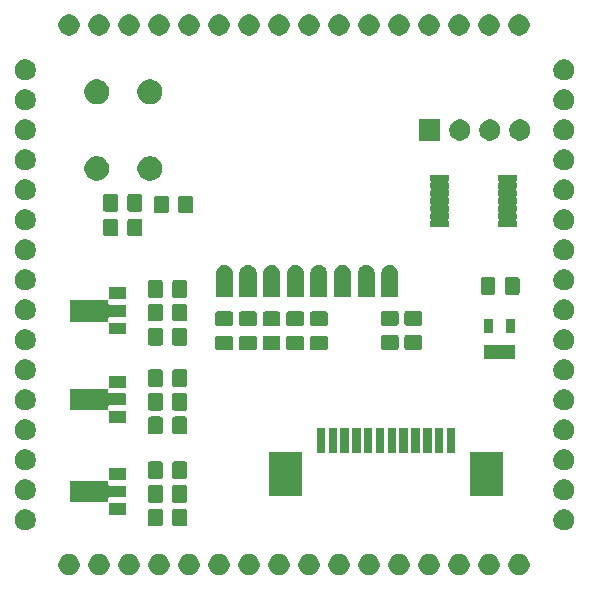
<source format=gbr>
G04 #@! TF.GenerationSoftware,KiCad,Pcbnew,(5.1.5-0-10_14)*
G04 #@! TF.CreationDate,2020-11-09T16:08:32+01:00*
G04 #@! TF.ProjectId,ATmega128_Breakout_Board_CC1101_HAT,41546d65-6761-4313-9238-5f427265616b,rev?*
G04 #@! TF.SameCoordinates,Original*
G04 #@! TF.FileFunction,Soldermask,Top*
G04 #@! TF.FilePolarity,Negative*
%FSLAX46Y46*%
G04 Gerber Fmt 4.6, Leading zero omitted, Abs format (unit mm)*
G04 Created by KiCad (PCBNEW (5.1.5-0-10_14)) date 2020-11-09 16:08:32*
%MOMM*%
%LPD*%
G04 APERTURE LIST*
%ADD10C,0.100000*%
G04 APERTURE END LIST*
D10*
G36*
X139063512Y-125703927D02*
G01*
X139212812Y-125733624D01*
X139376784Y-125801544D01*
X139524354Y-125900147D01*
X139649853Y-126025646D01*
X139748456Y-126173216D01*
X139816376Y-126337188D01*
X139851000Y-126511259D01*
X139851000Y-126688741D01*
X139816376Y-126862812D01*
X139748456Y-127026784D01*
X139649853Y-127174354D01*
X139524354Y-127299853D01*
X139376784Y-127398456D01*
X139212812Y-127466376D01*
X139063512Y-127496073D01*
X139038742Y-127501000D01*
X138861258Y-127501000D01*
X138836488Y-127496073D01*
X138687188Y-127466376D01*
X138523216Y-127398456D01*
X138375646Y-127299853D01*
X138250147Y-127174354D01*
X138151544Y-127026784D01*
X138083624Y-126862812D01*
X138049000Y-126688741D01*
X138049000Y-126511259D01*
X138083624Y-126337188D01*
X138151544Y-126173216D01*
X138250147Y-126025646D01*
X138375646Y-125900147D01*
X138523216Y-125801544D01*
X138687188Y-125733624D01*
X138836488Y-125703927D01*
X138861258Y-125699000D01*
X139038742Y-125699000D01*
X139063512Y-125703927D01*
G37*
G36*
X136523512Y-125703927D02*
G01*
X136672812Y-125733624D01*
X136836784Y-125801544D01*
X136984354Y-125900147D01*
X137109853Y-126025646D01*
X137208456Y-126173216D01*
X137276376Y-126337188D01*
X137311000Y-126511259D01*
X137311000Y-126688741D01*
X137276376Y-126862812D01*
X137208456Y-127026784D01*
X137109853Y-127174354D01*
X136984354Y-127299853D01*
X136836784Y-127398456D01*
X136672812Y-127466376D01*
X136523512Y-127496073D01*
X136498742Y-127501000D01*
X136321258Y-127501000D01*
X136296488Y-127496073D01*
X136147188Y-127466376D01*
X135983216Y-127398456D01*
X135835646Y-127299853D01*
X135710147Y-127174354D01*
X135611544Y-127026784D01*
X135543624Y-126862812D01*
X135509000Y-126688741D01*
X135509000Y-126511259D01*
X135543624Y-126337188D01*
X135611544Y-126173216D01*
X135710147Y-126025646D01*
X135835646Y-125900147D01*
X135983216Y-125801544D01*
X136147188Y-125733624D01*
X136296488Y-125703927D01*
X136321258Y-125699000D01*
X136498742Y-125699000D01*
X136523512Y-125703927D01*
G37*
G36*
X133983512Y-125703927D02*
G01*
X134132812Y-125733624D01*
X134296784Y-125801544D01*
X134444354Y-125900147D01*
X134569853Y-126025646D01*
X134668456Y-126173216D01*
X134736376Y-126337188D01*
X134771000Y-126511259D01*
X134771000Y-126688741D01*
X134736376Y-126862812D01*
X134668456Y-127026784D01*
X134569853Y-127174354D01*
X134444354Y-127299853D01*
X134296784Y-127398456D01*
X134132812Y-127466376D01*
X133983512Y-127496073D01*
X133958742Y-127501000D01*
X133781258Y-127501000D01*
X133756488Y-127496073D01*
X133607188Y-127466376D01*
X133443216Y-127398456D01*
X133295646Y-127299853D01*
X133170147Y-127174354D01*
X133071544Y-127026784D01*
X133003624Y-126862812D01*
X132969000Y-126688741D01*
X132969000Y-126511259D01*
X133003624Y-126337188D01*
X133071544Y-126173216D01*
X133170147Y-126025646D01*
X133295646Y-125900147D01*
X133443216Y-125801544D01*
X133607188Y-125733624D01*
X133756488Y-125703927D01*
X133781258Y-125699000D01*
X133958742Y-125699000D01*
X133983512Y-125703927D01*
G37*
G36*
X131443512Y-125703927D02*
G01*
X131592812Y-125733624D01*
X131756784Y-125801544D01*
X131904354Y-125900147D01*
X132029853Y-126025646D01*
X132128456Y-126173216D01*
X132196376Y-126337188D01*
X132231000Y-126511259D01*
X132231000Y-126688741D01*
X132196376Y-126862812D01*
X132128456Y-127026784D01*
X132029853Y-127174354D01*
X131904354Y-127299853D01*
X131756784Y-127398456D01*
X131592812Y-127466376D01*
X131443512Y-127496073D01*
X131418742Y-127501000D01*
X131241258Y-127501000D01*
X131216488Y-127496073D01*
X131067188Y-127466376D01*
X130903216Y-127398456D01*
X130755646Y-127299853D01*
X130630147Y-127174354D01*
X130531544Y-127026784D01*
X130463624Y-126862812D01*
X130429000Y-126688741D01*
X130429000Y-126511259D01*
X130463624Y-126337188D01*
X130531544Y-126173216D01*
X130630147Y-126025646D01*
X130755646Y-125900147D01*
X130903216Y-125801544D01*
X131067188Y-125733624D01*
X131216488Y-125703927D01*
X131241258Y-125699000D01*
X131418742Y-125699000D01*
X131443512Y-125703927D01*
G37*
G36*
X128903512Y-125703927D02*
G01*
X129052812Y-125733624D01*
X129216784Y-125801544D01*
X129364354Y-125900147D01*
X129489853Y-126025646D01*
X129588456Y-126173216D01*
X129656376Y-126337188D01*
X129691000Y-126511259D01*
X129691000Y-126688741D01*
X129656376Y-126862812D01*
X129588456Y-127026784D01*
X129489853Y-127174354D01*
X129364354Y-127299853D01*
X129216784Y-127398456D01*
X129052812Y-127466376D01*
X128903512Y-127496073D01*
X128878742Y-127501000D01*
X128701258Y-127501000D01*
X128676488Y-127496073D01*
X128527188Y-127466376D01*
X128363216Y-127398456D01*
X128215646Y-127299853D01*
X128090147Y-127174354D01*
X127991544Y-127026784D01*
X127923624Y-126862812D01*
X127889000Y-126688741D01*
X127889000Y-126511259D01*
X127923624Y-126337188D01*
X127991544Y-126173216D01*
X128090147Y-126025646D01*
X128215646Y-125900147D01*
X128363216Y-125801544D01*
X128527188Y-125733624D01*
X128676488Y-125703927D01*
X128701258Y-125699000D01*
X128878742Y-125699000D01*
X128903512Y-125703927D01*
G37*
G36*
X126363512Y-125703927D02*
G01*
X126512812Y-125733624D01*
X126676784Y-125801544D01*
X126824354Y-125900147D01*
X126949853Y-126025646D01*
X127048456Y-126173216D01*
X127116376Y-126337188D01*
X127151000Y-126511259D01*
X127151000Y-126688741D01*
X127116376Y-126862812D01*
X127048456Y-127026784D01*
X126949853Y-127174354D01*
X126824354Y-127299853D01*
X126676784Y-127398456D01*
X126512812Y-127466376D01*
X126363512Y-127496073D01*
X126338742Y-127501000D01*
X126161258Y-127501000D01*
X126136488Y-127496073D01*
X125987188Y-127466376D01*
X125823216Y-127398456D01*
X125675646Y-127299853D01*
X125550147Y-127174354D01*
X125451544Y-127026784D01*
X125383624Y-126862812D01*
X125349000Y-126688741D01*
X125349000Y-126511259D01*
X125383624Y-126337188D01*
X125451544Y-126173216D01*
X125550147Y-126025646D01*
X125675646Y-125900147D01*
X125823216Y-125801544D01*
X125987188Y-125733624D01*
X126136488Y-125703927D01*
X126161258Y-125699000D01*
X126338742Y-125699000D01*
X126363512Y-125703927D01*
G37*
G36*
X123823512Y-125703927D02*
G01*
X123972812Y-125733624D01*
X124136784Y-125801544D01*
X124284354Y-125900147D01*
X124409853Y-126025646D01*
X124508456Y-126173216D01*
X124576376Y-126337188D01*
X124611000Y-126511259D01*
X124611000Y-126688741D01*
X124576376Y-126862812D01*
X124508456Y-127026784D01*
X124409853Y-127174354D01*
X124284354Y-127299853D01*
X124136784Y-127398456D01*
X123972812Y-127466376D01*
X123823512Y-127496073D01*
X123798742Y-127501000D01*
X123621258Y-127501000D01*
X123596488Y-127496073D01*
X123447188Y-127466376D01*
X123283216Y-127398456D01*
X123135646Y-127299853D01*
X123010147Y-127174354D01*
X122911544Y-127026784D01*
X122843624Y-126862812D01*
X122809000Y-126688741D01*
X122809000Y-126511259D01*
X122843624Y-126337188D01*
X122911544Y-126173216D01*
X123010147Y-126025646D01*
X123135646Y-125900147D01*
X123283216Y-125801544D01*
X123447188Y-125733624D01*
X123596488Y-125703927D01*
X123621258Y-125699000D01*
X123798742Y-125699000D01*
X123823512Y-125703927D01*
G37*
G36*
X121283512Y-125703927D02*
G01*
X121432812Y-125733624D01*
X121596784Y-125801544D01*
X121744354Y-125900147D01*
X121869853Y-126025646D01*
X121968456Y-126173216D01*
X122036376Y-126337188D01*
X122071000Y-126511259D01*
X122071000Y-126688741D01*
X122036376Y-126862812D01*
X121968456Y-127026784D01*
X121869853Y-127174354D01*
X121744354Y-127299853D01*
X121596784Y-127398456D01*
X121432812Y-127466376D01*
X121283512Y-127496073D01*
X121258742Y-127501000D01*
X121081258Y-127501000D01*
X121056488Y-127496073D01*
X120907188Y-127466376D01*
X120743216Y-127398456D01*
X120595646Y-127299853D01*
X120470147Y-127174354D01*
X120371544Y-127026784D01*
X120303624Y-126862812D01*
X120269000Y-126688741D01*
X120269000Y-126511259D01*
X120303624Y-126337188D01*
X120371544Y-126173216D01*
X120470147Y-126025646D01*
X120595646Y-125900147D01*
X120743216Y-125801544D01*
X120907188Y-125733624D01*
X121056488Y-125703927D01*
X121081258Y-125699000D01*
X121258742Y-125699000D01*
X121283512Y-125703927D01*
G37*
G36*
X118743512Y-125703927D02*
G01*
X118892812Y-125733624D01*
X119056784Y-125801544D01*
X119204354Y-125900147D01*
X119329853Y-126025646D01*
X119428456Y-126173216D01*
X119496376Y-126337188D01*
X119531000Y-126511259D01*
X119531000Y-126688741D01*
X119496376Y-126862812D01*
X119428456Y-127026784D01*
X119329853Y-127174354D01*
X119204354Y-127299853D01*
X119056784Y-127398456D01*
X118892812Y-127466376D01*
X118743512Y-127496073D01*
X118718742Y-127501000D01*
X118541258Y-127501000D01*
X118516488Y-127496073D01*
X118367188Y-127466376D01*
X118203216Y-127398456D01*
X118055646Y-127299853D01*
X117930147Y-127174354D01*
X117831544Y-127026784D01*
X117763624Y-126862812D01*
X117729000Y-126688741D01*
X117729000Y-126511259D01*
X117763624Y-126337188D01*
X117831544Y-126173216D01*
X117930147Y-126025646D01*
X118055646Y-125900147D01*
X118203216Y-125801544D01*
X118367188Y-125733624D01*
X118516488Y-125703927D01*
X118541258Y-125699000D01*
X118718742Y-125699000D01*
X118743512Y-125703927D01*
G37*
G36*
X116203512Y-125703927D02*
G01*
X116352812Y-125733624D01*
X116516784Y-125801544D01*
X116664354Y-125900147D01*
X116789853Y-126025646D01*
X116888456Y-126173216D01*
X116956376Y-126337188D01*
X116991000Y-126511259D01*
X116991000Y-126688741D01*
X116956376Y-126862812D01*
X116888456Y-127026784D01*
X116789853Y-127174354D01*
X116664354Y-127299853D01*
X116516784Y-127398456D01*
X116352812Y-127466376D01*
X116203512Y-127496073D01*
X116178742Y-127501000D01*
X116001258Y-127501000D01*
X115976488Y-127496073D01*
X115827188Y-127466376D01*
X115663216Y-127398456D01*
X115515646Y-127299853D01*
X115390147Y-127174354D01*
X115291544Y-127026784D01*
X115223624Y-126862812D01*
X115189000Y-126688741D01*
X115189000Y-126511259D01*
X115223624Y-126337188D01*
X115291544Y-126173216D01*
X115390147Y-126025646D01*
X115515646Y-125900147D01*
X115663216Y-125801544D01*
X115827188Y-125733624D01*
X115976488Y-125703927D01*
X116001258Y-125699000D01*
X116178742Y-125699000D01*
X116203512Y-125703927D01*
G37*
G36*
X113663512Y-125703927D02*
G01*
X113812812Y-125733624D01*
X113976784Y-125801544D01*
X114124354Y-125900147D01*
X114249853Y-126025646D01*
X114348456Y-126173216D01*
X114416376Y-126337188D01*
X114451000Y-126511259D01*
X114451000Y-126688741D01*
X114416376Y-126862812D01*
X114348456Y-127026784D01*
X114249853Y-127174354D01*
X114124354Y-127299853D01*
X113976784Y-127398456D01*
X113812812Y-127466376D01*
X113663512Y-127496073D01*
X113638742Y-127501000D01*
X113461258Y-127501000D01*
X113436488Y-127496073D01*
X113287188Y-127466376D01*
X113123216Y-127398456D01*
X112975646Y-127299853D01*
X112850147Y-127174354D01*
X112751544Y-127026784D01*
X112683624Y-126862812D01*
X112649000Y-126688741D01*
X112649000Y-126511259D01*
X112683624Y-126337188D01*
X112751544Y-126173216D01*
X112850147Y-126025646D01*
X112975646Y-125900147D01*
X113123216Y-125801544D01*
X113287188Y-125733624D01*
X113436488Y-125703927D01*
X113461258Y-125699000D01*
X113638742Y-125699000D01*
X113663512Y-125703927D01*
G37*
G36*
X111123512Y-125703927D02*
G01*
X111272812Y-125733624D01*
X111436784Y-125801544D01*
X111584354Y-125900147D01*
X111709853Y-126025646D01*
X111808456Y-126173216D01*
X111876376Y-126337188D01*
X111911000Y-126511259D01*
X111911000Y-126688741D01*
X111876376Y-126862812D01*
X111808456Y-127026784D01*
X111709853Y-127174354D01*
X111584354Y-127299853D01*
X111436784Y-127398456D01*
X111272812Y-127466376D01*
X111123512Y-127496073D01*
X111098742Y-127501000D01*
X110921258Y-127501000D01*
X110896488Y-127496073D01*
X110747188Y-127466376D01*
X110583216Y-127398456D01*
X110435646Y-127299853D01*
X110310147Y-127174354D01*
X110211544Y-127026784D01*
X110143624Y-126862812D01*
X110109000Y-126688741D01*
X110109000Y-126511259D01*
X110143624Y-126337188D01*
X110211544Y-126173216D01*
X110310147Y-126025646D01*
X110435646Y-125900147D01*
X110583216Y-125801544D01*
X110747188Y-125733624D01*
X110896488Y-125703927D01*
X110921258Y-125699000D01*
X111098742Y-125699000D01*
X111123512Y-125703927D01*
G37*
G36*
X108583512Y-125703927D02*
G01*
X108732812Y-125733624D01*
X108896784Y-125801544D01*
X109044354Y-125900147D01*
X109169853Y-126025646D01*
X109268456Y-126173216D01*
X109336376Y-126337188D01*
X109371000Y-126511259D01*
X109371000Y-126688741D01*
X109336376Y-126862812D01*
X109268456Y-127026784D01*
X109169853Y-127174354D01*
X109044354Y-127299853D01*
X108896784Y-127398456D01*
X108732812Y-127466376D01*
X108583512Y-127496073D01*
X108558742Y-127501000D01*
X108381258Y-127501000D01*
X108356488Y-127496073D01*
X108207188Y-127466376D01*
X108043216Y-127398456D01*
X107895646Y-127299853D01*
X107770147Y-127174354D01*
X107671544Y-127026784D01*
X107603624Y-126862812D01*
X107569000Y-126688741D01*
X107569000Y-126511259D01*
X107603624Y-126337188D01*
X107671544Y-126173216D01*
X107770147Y-126025646D01*
X107895646Y-125900147D01*
X108043216Y-125801544D01*
X108207188Y-125733624D01*
X108356488Y-125703927D01*
X108381258Y-125699000D01*
X108558742Y-125699000D01*
X108583512Y-125703927D01*
G37*
G36*
X106043512Y-125703927D02*
G01*
X106192812Y-125733624D01*
X106356784Y-125801544D01*
X106504354Y-125900147D01*
X106629853Y-126025646D01*
X106728456Y-126173216D01*
X106796376Y-126337188D01*
X106831000Y-126511259D01*
X106831000Y-126688741D01*
X106796376Y-126862812D01*
X106728456Y-127026784D01*
X106629853Y-127174354D01*
X106504354Y-127299853D01*
X106356784Y-127398456D01*
X106192812Y-127466376D01*
X106043512Y-127496073D01*
X106018742Y-127501000D01*
X105841258Y-127501000D01*
X105816488Y-127496073D01*
X105667188Y-127466376D01*
X105503216Y-127398456D01*
X105355646Y-127299853D01*
X105230147Y-127174354D01*
X105131544Y-127026784D01*
X105063624Y-126862812D01*
X105029000Y-126688741D01*
X105029000Y-126511259D01*
X105063624Y-126337188D01*
X105131544Y-126173216D01*
X105230147Y-126025646D01*
X105355646Y-125900147D01*
X105503216Y-125801544D01*
X105667188Y-125733624D01*
X105816488Y-125703927D01*
X105841258Y-125699000D01*
X106018742Y-125699000D01*
X106043512Y-125703927D01*
G37*
G36*
X103503512Y-125703927D02*
G01*
X103652812Y-125733624D01*
X103816784Y-125801544D01*
X103964354Y-125900147D01*
X104089853Y-126025646D01*
X104188456Y-126173216D01*
X104256376Y-126337188D01*
X104291000Y-126511259D01*
X104291000Y-126688741D01*
X104256376Y-126862812D01*
X104188456Y-127026784D01*
X104089853Y-127174354D01*
X103964354Y-127299853D01*
X103816784Y-127398456D01*
X103652812Y-127466376D01*
X103503512Y-127496073D01*
X103478742Y-127501000D01*
X103301258Y-127501000D01*
X103276488Y-127496073D01*
X103127188Y-127466376D01*
X102963216Y-127398456D01*
X102815646Y-127299853D01*
X102690147Y-127174354D01*
X102591544Y-127026784D01*
X102523624Y-126862812D01*
X102489000Y-126688741D01*
X102489000Y-126511259D01*
X102523624Y-126337188D01*
X102591544Y-126173216D01*
X102690147Y-126025646D01*
X102815646Y-125900147D01*
X102963216Y-125801544D01*
X103127188Y-125733624D01*
X103276488Y-125703927D01*
X103301258Y-125699000D01*
X103478742Y-125699000D01*
X103503512Y-125703927D01*
G37*
G36*
X100963512Y-125703927D02*
G01*
X101112812Y-125733624D01*
X101276784Y-125801544D01*
X101424354Y-125900147D01*
X101549853Y-126025646D01*
X101648456Y-126173216D01*
X101716376Y-126337188D01*
X101751000Y-126511259D01*
X101751000Y-126688741D01*
X101716376Y-126862812D01*
X101648456Y-127026784D01*
X101549853Y-127174354D01*
X101424354Y-127299853D01*
X101276784Y-127398456D01*
X101112812Y-127466376D01*
X100963512Y-127496073D01*
X100938742Y-127501000D01*
X100761258Y-127501000D01*
X100736488Y-127496073D01*
X100587188Y-127466376D01*
X100423216Y-127398456D01*
X100275646Y-127299853D01*
X100150147Y-127174354D01*
X100051544Y-127026784D01*
X99983624Y-126862812D01*
X99949000Y-126688741D01*
X99949000Y-126511259D01*
X99983624Y-126337188D01*
X100051544Y-126173216D01*
X100150147Y-126025646D01*
X100275646Y-125900147D01*
X100423216Y-125801544D01*
X100587188Y-125733624D01*
X100736488Y-125703927D01*
X100761258Y-125699000D01*
X100938742Y-125699000D01*
X100963512Y-125703927D01*
G37*
G36*
X142863512Y-121903927D02*
G01*
X143012812Y-121933624D01*
X143176784Y-122001544D01*
X143324354Y-122100147D01*
X143449853Y-122225646D01*
X143548456Y-122373216D01*
X143616376Y-122537188D01*
X143651000Y-122711259D01*
X143651000Y-122888741D01*
X143616376Y-123062812D01*
X143548456Y-123226784D01*
X143449853Y-123374354D01*
X143324354Y-123499853D01*
X143176784Y-123598456D01*
X143012812Y-123666376D01*
X142863512Y-123696073D01*
X142838742Y-123701000D01*
X142661258Y-123701000D01*
X142636488Y-123696073D01*
X142487188Y-123666376D01*
X142323216Y-123598456D01*
X142175646Y-123499853D01*
X142050147Y-123374354D01*
X141951544Y-123226784D01*
X141883624Y-123062812D01*
X141849000Y-122888741D01*
X141849000Y-122711259D01*
X141883624Y-122537188D01*
X141951544Y-122373216D01*
X142050147Y-122225646D01*
X142175646Y-122100147D01*
X142323216Y-122001544D01*
X142487188Y-121933624D01*
X142636488Y-121903927D01*
X142661258Y-121899000D01*
X142838742Y-121899000D01*
X142863512Y-121903927D01*
G37*
G36*
X97263513Y-121903927D02*
G01*
X97412813Y-121933624D01*
X97576785Y-122001544D01*
X97724355Y-122100147D01*
X97849854Y-122225646D01*
X97948457Y-122373216D01*
X98016377Y-122537188D01*
X98051001Y-122711259D01*
X98051001Y-122888741D01*
X98016377Y-123062812D01*
X97948457Y-123226784D01*
X97849854Y-123374354D01*
X97724355Y-123499853D01*
X97576785Y-123598456D01*
X97412813Y-123666376D01*
X97263513Y-123696073D01*
X97238743Y-123701000D01*
X97061259Y-123701000D01*
X97036489Y-123696073D01*
X96887189Y-123666376D01*
X96723217Y-123598456D01*
X96575647Y-123499853D01*
X96450148Y-123374354D01*
X96351545Y-123226784D01*
X96283625Y-123062812D01*
X96249001Y-122888741D01*
X96249001Y-122711259D01*
X96283625Y-122537188D01*
X96351545Y-122373216D01*
X96450148Y-122225646D01*
X96575647Y-122100147D01*
X96723217Y-122001544D01*
X96887189Y-121933624D01*
X97036489Y-121903927D01*
X97061259Y-121899000D01*
X97238743Y-121899000D01*
X97263513Y-121903927D01*
G37*
G36*
X110688674Y-121853465D02*
G01*
X110726367Y-121864899D01*
X110761103Y-121883466D01*
X110791548Y-121908452D01*
X110816534Y-121938897D01*
X110835101Y-121973633D01*
X110846535Y-122011326D01*
X110851000Y-122056661D01*
X110851000Y-123143339D01*
X110846535Y-123188674D01*
X110835101Y-123226367D01*
X110816534Y-123261103D01*
X110791548Y-123291548D01*
X110761103Y-123316534D01*
X110726367Y-123335101D01*
X110688674Y-123346535D01*
X110643339Y-123351000D01*
X109806661Y-123351000D01*
X109761326Y-123346535D01*
X109723633Y-123335101D01*
X109688897Y-123316534D01*
X109658452Y-123291548D01*
X109633466Y-123261103D01*
X109614899Y-123226367D01*
X109603465Y-123188674D01*
X109599000Y-123143339D01*
X109599000Y-122056661D01*
X109603465Y-122011326D01*
X109614899Y-121973633D01*
X109633466Y-121938897D01*
X109658452Y-121908452D01*
X109688897Y-121883466D01*
X109723633Y-121864899D01*
X109761326Y-121853465D01*
X109806661Y-121849000D01*
X110643339Y-121849000D01*
X110688674Y-121853465D01*
G37*
G36*
X108638674Y-121853465D02*
G01*
X108676367Y-121864899D01*
X108711103Y-121883466D01*
X108741548Y-121908452D01*
X108766534Y-121938897D01*
X108785101Y-121973633D01*
X108796535Y-122011326D01*
X108801000Y-122056661D01*
X108801000Y-123143339D01*
X108796535Y-123188674D01*
X108785101Y-123226367D01*
X108766534Y-123261103D01*
X108741548Y-123291548D01*
X108711103Y-123316534D01*
X108676367Y-123335101D01*
X108638674Y-123346535D01*
X108593339Y-123351000D01*
X107756661Y-123351000D01*
X107711326Y-123346535D01*
X107673633Y-123335101D01*
X107638897Y-123316534D01*
X107608452Y-123291548D01*
X107583466Y-123261103D01*
X107564899Y-123226367D01*
X107553465Y-123188674D01*
X107549000Y-123143339D01*
X107549000Y-122056661D01*
X107553465Y-122011326D01*
X107564899Y-121973633D01*
X107583466Y-121938897D01*
X107608452Y-121908452D01*
X107638897Y-121883466D01*
X107673633Y-121864899D01*
X107711326Y-121853465D01*
X107756661Y-121849000D01*
X108593339Y-121849000D01*
X108638674Y-121853465D01*
G37*
G36*
X104242185Y-121384239D02*
G01*
X104264823Y-121393617D01*
X104288856Y-121398398D01*
X104301112Y-121399000D01*
X105651000Y-121399000D01*
X105651000Y-122401000D01*
X104249000Y-122401000D01*
X104249000Y-121443351D01*
X104246598Y-121418965D01*
X104239485Y-121395516D01*
X104228608Y-121375166D01*
X104242185Y-121384239D01*
G37*
G36*
X108638674Y-119853465D02*
G01*
X108676367Y-119864899D01*
X108711103Y-119883466D01*
X108741548Y-119908452D01*
X108766534Y-119938897D01*
X108785101Y-119973633D01*
X108796535Y-120011326D01*
X108801000Y-120056661D01*
X108801000Y-121143339D01*
X108796535Y-121188674D01*
X108785101Y-121226367D01*
X108766534Y-121261103D01*
X108741548Y-121291548D01*
X108711103Y-121316534D01*
X108676367Y-121335101D01*
X108638674Y-121346535D01*
X108593339Y-121351000D01*
X107756661Y-121351000D01*
X107711326Y-121346535D01*
X107673633Y-121335101D01*
X107638897Y-121316534D01*
X107608452Y-121291548D01*
X107583466Y-121261103D01*
X107564899Y-121226367D01*
X107553465Y-121188674D01*
X107549000Y-121143339D01*
X107549000Y-120056661D01*
X107553465Y-120011326D01*
X107564899Y-119973633D01*
X107583466Y-119938897D01*
X107608452Y-119908452D01*
X107638897Y-119883466D01*
X107673633Y-119864899D01*
X107711326Y-119853465D01*
X107756661Y-119849000D01*
X108593339Y-119849000D01*
X108638674Y-119853465D01*
G37*
G36*
X110688674Y-119853465D02*
G01*
X110726367Y-119864899D01*
X110761103Y-119883466D01*
X110791548Y-119908452D01*
X110816534Y-119938897D01*
X110835101Y-119973633D01*
X110846535Y-120011326D01*
X110851000Y-120056661D01*
X110851000Y-121143339D01*
X110846535Y-121188674D01*
X110835101Y-121226367D01*
X110816534Y-121261103D01*
X110791548Y-121291548D01*
X110761103Y-121316534D01*
X110726367Y-121335101D01*
X110688674Y-121346535D01*
X110643339Y-121351000D01*
X109806661Y-121351000D01*
X109761326Y-121346535D01*
X109723633Y-121335101D01*
X109688897Y-121316534D01*
X109658452Y-121291548D01*
X109633466Y-121261103D01*
X109614899Y-121226367D01*
X109603465Y-121188674D01*
X109599000Y-121143339D01*
X109599000Y-120056661D01*
X109603465Y-120011326D01*
X109614899Y-119973633D01*
X109633466Y-119938897D01*
X109658452Y-119908452D01*
X109688897Y-119883466D01*
X109723633Y-119864899D01*
X109761326Y-119853465D01*
X109806661Y-119849000D01*
X110643339Y-119849000D01*
X110688674Y-119853465D01*
G37*
G36*
X104185628Y-119478164D02*
G01*
X104178515Y-119501613D01*
X104176113Y-119525999D01*
X104176715Y-119538255D01*
X104176852Y-119539646D01*
X104176852Y-119773149D01*
X104179254Y-119797535D01*
X104186367Y-119820984D01*
X104197918Y-119842595D01*
X104213463Y-119861537D01*
X104232405Y-119877082D01*
X104254016Y-119888633D01*
X104277465Y-119895746D01*
X104301851Y-119898148D01*
X105593860Y-119898148D01*
X105609999Y-119899737D01*
X105619608Y-119902652D01*
X105628472Y-119907390D01*
X105636237Y-119913763D01*
X105642610Y-119921528D01*
X105647348Y-119930392D01*
X105650263Y-119940001D01*
X105651852Y-119956140D01*
X105651852Y-120843860D01*
X105650263Y-120859999D01*
X105647348Y-120869608D01*
X105642610Y-120878472D01*
X105636237Y-120886237D01*
X105628472Y-120892610D01*
X105619608Y-120897348D01*
X105609999Y-120900263D01*
X105593860Y-120901852D01*
X104301851Y-120901852D01*
X104277465Y-120904254D01*
X104254016Y-120911367D01*
X104232405Y-120922918D01*
X104213463Y-120938463D01*
X104197918Y-120957405D01*
X104186367Y-120979016D01*
X104179254Y-121002465D01*
X104176852Y-121026851D01*
X104176852Y-121260354D01*
X104176715Y-121261745D01*
X104176715Y-121286249D01*
X104181494Y-121310283D01*
X104190871Y-121332922D01*
X104197353Y-121342623D01*
X104193447Y-121339418D01*
X104171836Y-121327867D01*
X104148387Y-121320754D01*
X104124001Y-121318352D01*
X101006140Y-121318352D01*
X100990001Y-121316763D01*
X100980392Y-121313848D01*
X100971528Y-121309110D01*
X100963763Y-121302737D01*
X100957390Y-121294972D01*
X100952652Y-121286108D01*
X100949737Y-121276499D01*
X100948148Y-121260360D01*
X100948148Y-119539640D01*
X100949737Y-119523501D01*
X100952652Y-119513892D01*
X100957390Y-119505028D01*
X100963763Y-119497263D01*
X100971528Y-119490890D01*
X100980392Y-119486152D01*
X100990001Y-119483237D01*
X101006140Y-119481648D01*
X104124001Y-119481648D01*
X104148387Y-119479246D01*
X104171836Y-119472133D01*
X104193447Y-119460582D01*
X104196259Y-119458274D01*
X104185628Y-119478164D01*
G37*
G36*
X142863512Y-119363927D02*
G01*
X143012812Y-119393624D01*
X143176784Y-119461544D01*
X143324354Y-119560147D01*
X143449853Y-119685646D01*
X143548456Y-119833216D01*
X143616376Y-119997188D01*
X143651000Y-120171259D01*
X143651000Y-120348741D01*
X143616376Y-120522812D01*
X143548456Y-120686784D01*
X143449853Y-120834354D01*
X143324354Y-120959853D01*
X143176784Y-121058456D01*
X143012812Y-121126376D01*
X142863512Y-121156073D01*
X142838742Y-121161000D01*
X142661258Y-121161000D01*
X142636488Y-121156073D01*
X142487188Y-121126376D01*
X142323216Y-121058456D01*
X142175646Y-120959853D01*
X142050147Y-120834354D01*
X141951544Y-120686784D01*
X141883624Y-120522812D01*
X141849000Y-120348741D01*
X141849000Y-120171259D01*
X141883624Y-119997188D01*
X141951544Y-119833216D01*
X142050147Y-119685646D01*
X142175646Y-119560147D01*
X142323216Y-119461544D01*
X142487188Y-119393624D01*
X142636488Y-119363927D01*
X142661258Y-119359000D01*
X142838742Y-119359000D01*
X142863512Y-119363927D01*
G37*
G36*
X97263513Y-119363927D02*
G01*
X97412813Y-119393624D01*
X97576785Y-119461544D01*
X97724355Y-119560147D01*
X97849854Y-119685646D01*
X97948457Y-119833216D01*
X98016377Y-119997188D01*
X98051001Y-120171259D01*
X98051001Y-120348741D01*
X98016377Y-120522812D01*
X97948457Y-120686784D01*
X97849854Y-120834354D01*
X97724355Y-120959853D01*
X97576785Y-121058456D01*
X97412813Y-121126376D01*
X97263513Y-121156073D01*
X97238743Y-121161000D01*
X97061259Y-121161000D01*
X97036489Y-121156073D01*
X96887189Y-121126376D01*
X96723217Y-121058456D01*
X96575647Y-120959853D01*
X96450148Y-120834354D01*
X96351545Y-120686784D01*
X96283625Y-120522812D01*
X96249001Y-120348741D01*
X96249001Y-120171259D01*
X96283625Y-119997188D01*
X96351545Y-119833216D01*
X96450148Y-119685646D01*
X96575647Y-119560147D01*
X96723217Y-119461544D01*
X96887189Y-119393624D01*
X97036489Y-119363927D01*
X97061259Y-119359000D01*
X97238743Y-119359000D01*
X97263513Y-119363927D01*
G37*
G36*
X120591000Y-120751000D02*
G01*
X117809000Y-120751000D01*
X117809000Y-117049000D01*
X120591000Y-117049000D01*
X120591000Y-120751000D01*
G37*
G36*
X137571000Y-120751000D02*
G01*
X134789000Y-120751000D01*
X134789000Y-117049000D01*
X137571000Y-117049000D01*
X137571000Y-120751000D01*
G37*
G36*
X105651000Y-119401000D02*
G01*
X104301112Y-119401000D01*
X104276726Y-119403402D01*
X104253277Y-119410515D01*
X104231666Y-119422066D01*
X104228854Y-119424374D01*
X104239485Y-119404484D01*
X104246598Y-119381035D01*
X104249000Y-119356649D01*
X104249000Y-118399000D01*
X105651000Y-118399000D01*
X105651000Y-119401000D01*
G37*
G36*
X108638674Y-117853465D02*
G01*
X108676367Y-117864899D01*
X108711103Y-117883466D01*
X108741548Y-117908452D01*
X108766534Y-117938897D01*
X108785101Y-117973633D01*
X108796535Y-118011326D01*
X108801000Y-118056661D01*
X108801000Y-119143339D01*
X108796535Y-119188674D01*
X108785101Y-119226367D01*
X108766534Y-119261103D01*
X108741548Y-119291548D01*
X108711103Y-119316534D01*
X108676367Y-119335101D01*
X108638674Y-119346535D01*
X108593339Y-119351000D01*
X107756661Y-119351000D01*
X107711326Y-119346535D01*
X107673633Y-119335101D01*
X107638897Y-119316534D01*
X107608452Y-119291548D01*
X107583466Y-119261103D01*
X107564899Y-119226367D01*
X107553465Y-119188674D01*
X107549000Y-119143339D01*
X107549000Y-118056661D01*
X107553465Y-118011326D01*
X107564899Y-117973633D01*
X107583466Y-117938897D01*
X107608452Y-117908452D01*
X107638897Y-117883466D01*
X107673633Y-117864899D01*
X107711326Y-117853465D01*
X107756661Y-117849000D01*
X108593339Y-117849000D01*
X108638674Y-117853465D01*
G37*
G36*
X110688674Y-117853465D02*
G01*
X110726367Y-117864899D01*
X110761103Y-117883466D01*
X110791548Y-117908452D01*
X110816534Y-117938897D01*
X110835101Y-117973633D01*
X110846535Y-118011326D01*
X110851000Y-118056661D01*
X110851000Y-119143339D01*
X110846535Y-119188674D01*
X110835101Y-119226367D01*
X110816534Y-119261103D01*
X110791548Y-119291548D01*
X110761103Y-119316534D01*
X110726367Y-119335101D01*
X110688674Y-119346535D01*
X110643339Y-119351000D01*
X109806661Y-119351000D01*
X109761326Y-119346535D01*
X109723633Y-119335101D01*
X109688897Y-119316534D01*
X109658452Y-119291548D01*
X109633466Y-119261103D01*
X109614899Y-119226367D01*
X109603465Y-119188674D01*
X109599000Y-119143339D01*
X109599000Y-118056661D01*
X109603465Y-118011326D01*
X109614899Y-117973633D01*
X109633466Y-117938897D01*
X109658452Y-117908452D01*
X109688897Y-117883466D01*
X109723633Y-117864899D01*
X109761326Y-117853465D01*
X109806661Y-117849000D01*
X110643339Y-117849000D01*
X110688674Y-117853465D01*
G37*
G36*
X97263513Y-116823927D02*
G01*
X97412813Y-116853624D01*
X97576785Y-116921544D01*
X97724355Y-117020147D01*
X97849854Y-117145646D01*
X97948457Y-117293216D01*
X98016377Y-117457188D01*
X98051001Y-117631259D01*
X98051001Y-117808741D01*
X98016377Y-117982812D01*
X97948457Y-118146784D01*
X97849854Y-118294354D01*
X97724355Y-118419853D01*
X97576785Y-118518456D01*
X97412813Y-118586376D01*
X97263513Y-118616073D01*
X97238743Y-118621000D01*
X97061259Y-118621000D01*
X97036489Y-118616073D01*
X96887189Y-118586376D01*
X96723217Y-118518456D01*
X96575647Y-118419853D01*
X96450148Y-118294354D01*
X96351545Y-118146784D01*
X96283625Y-117982812D01*
X96249001Y-117808741D01*
X96249001Y-117631259D01*
X96283625Y-117457188D01*
X96351545Y-117293216D01*
X96450148Y-117145646D01*
X96575647Y-117020147D01*
X96723217Y-116921544D01*
X96887189Y-116853624D01*
X97036489Y-116823927D01*
X97061259Y-116819000D01*
X97238743Y-116819000D01*
X97263513Y-116823927D01*
G37*
G36*
X142863512Y-116823927D02*
G01*
X143012812Y-116853624D01*
X143176784Y-116921544D01*
X143324354Y-117020147D01*
X143449853Y-117145646D01*
X143548456Y-117293216D01*
X143616376Y-117457188D01*
X143651000Y-117631259D01*
X143651000Y-117808741D01*
X143616376Y-117982812D01*
X143548456Y-118146784D01*
X143449853Y-118294354D01*
X143324354Y-118419853D01*
X143176784Y-118518456D01*
X143012812Y-118586376D01*
X142863512Y-118616073D01*
X142838742Y-118621000D01*
X142661258Y-118621000D01*
X142636488Y-118616073D01*
X142487188Y-118586376D01*
X142323216Y-118518456D01*
X142175646Y-118419853D01*
X142050147Y-118294354D01*
X141951544Y-118146784D01*
X141883624Y-117982812D01*
X141849000Y-117808741D01*
X141849000Y-117631259D01*
X141883624Y-117457188D01*
X141951544Y-117293216D01*
X142050147Y-117145646D01*
X142175646Y-117020147D01*
X142323216Y-116921544D01*
X142487188Y-116853624D01*
X142636488Y-116823927D01*
X142661258Y-116819000D01*
X142838742Y-116819000D01*
X142863512Y-116823927D01*
G37*
G36*
X129546000Y-117151000D02*
G01*
X128834000Y-117151000D01*
X128834000Y-115049000D01*
X129546000Y-115049000D01*
X129546000Y-117151000D01*
G37*
G36*
X130546000Y-117151000D02*
G01*
X129834000Y-117151000D01*
X129834000Y-115049000D01*
X130546000Y-115049000D01*
X130546000Y-117151000D01*
G37*
G36*
X131546000Y-117151000D02*
G01*
X130834000Y-117151000D01*
X130834000Y-115049000D01*
X131546000Y-115049000D01*
X131546000Y-117151000D01*
G37*
G36*
X122546000Y-117151000D02*
G01*
X121834000Y-117151000D01*
X121834000Y-115049000D01*
X122546000Y-115049000D01*
X122546000Y-117151000D01*
G37*
G36*
X123546000Y-117151000D02*
G01*
X122834000Y-117151000D01*
X122834000Y-115049000D01*
X123546000Y-115049000D01*
X123546000Y-117151000D01*
G37*
G36*
X124546000Y-117151000D02*
G01*
X123834000Y-117151000D01*
X123834000Y-115049000D01*
X124546000Y-115049000D01*
X124546000Y-117151000D01*
G37*
G36*
X132546000Y-117151000D02*
G01*
X131834000Y-117151000D01*
X131834000Y-115049000D01*
X132546000Y-115049000D01*
X132546000Y-117151000D01*
G37*
G36*
X133546000Y-117151000D02*
G01*
X132834000Y-117151000D01*
X132834000Y-115049000D01*
X133546000Y-115049000D01*
X133546000Y-117151000D01*
G37*
G36*
X125546000Y-117151000D02*
G01*
X124834000Y-117151000D01*
X124834000Y-115049000D01*
X125546000Y-115049000D01*
X125546000Y-117151000D01*
G37*
G36*
X126546000Y-117151000D02*
G01*
X125834000Y-117151000D01*
X125834000Y-115049000D01*
X126546000Y-115049000D01*
X126546000Y-117151000D01*
G37*
G36*
X127546000Y-117151000D02*
G01*
X126834000Y-117151000D01*
X126834000Y-115049000D01*
X127546000Y-115049000D01*
X127546000Y-117151000D01*
G37*
G36*
X128546000Y-117151000D02*
G01*
X127834000Y-117151000D01*
X127834000Y-115049000D01*
X128546000Y-115049000D01*
X128546000Y-117151000D01*
G37*
G36*
X97263513Y-114283927D02*
G01*
X97412813Y-114313624D01*
X97576785Y-114381544D01*
X97724355Y-114480147D01*
X97849854Y-114605646D01*
X97948457Y-114753216D01*
X98016377Y-114917188D01*
X98051001Y-115091259D01*
X98051001Y-115268741D01*
X98016377Y-115442812D01*
X97948457Y-115606784D01*
X97849854Y-115754354D01*
X97724355Y-115879853D01*
X97576785Y-115978456D01*
X97412813Y-116046376D01*
X97263513Y-116076073D01*
X97238743Y-116081000D01*
X97061259Y-116081000D01*
X97036489Y-116076073D01*
X96887189Y-116046376D01*
X96723217Y-115978456D01*
X96575647Y-115879853D01*
X96450148Y-115754354D01*
X96351545Y-115606784D01*
X96283625Y-115442812D01*
X96249001Y-115268741D01*
X96249001Y-115091259D01*
X96283625Y-114917188D01*
X96351545Y-114753216D01*
X96450148Y-114605646D01*
X96575647Y-114480147D01*
X96723217Y-114381544D01*
X96887189Y-114313624D01*
X97036489Y-114283927D01*
X97061259Y-114279000D01*
X97238743Y-114279000D01*
X97263513Y-114283927D01*
G37*
G36*
X142863512Y-114283927D02*
G01*
X143012812Y-114313624D01*
X143176784Y-114381544D01*
X143324354Y-114480147D01*
X143449853Y-114605646D01*
X143548456Y-114753216D01*
X143616376Y-114917188D01*
X143651000Y-115091259D01*
X143651000Y-115268741D01*
X143616376Y-115442812D01*
X143548456Y-115606784D01*
X143449853Y-115754354D01*
X143324354Y-115879853D01*
X143176784Y-115978456D01*
X143012812Y-116046376D01*
X142863512Y-116076073D01*
X142838742Y-116081000D01*
X142661258Y-116081000D01*
X142636488Y-116076073D01*
X142487188Y-116046376D01*
X142323216Y-115978456D01*
X142175646Y-115879853D01*
X142050147Y-115754354D01*
X141951544Y-115606784D01*
X141883624Y-115442812D01*
X141849000Y-115268741D01*
X141849000Y-115091259D01*
X141883624Y-114917188D01*
X141951544Y-114753216D01*
X142050147Y-114605646D01*
X142175646Y-114480147D01*
X142323216Y-114381544D01*
X142487188Y-114313624D01*
X142636488Y-114283927D01*
X142661258Y-114279000D01*
X142838742Y-114279000D01*
X142863512Y-114283927D01*
G37*
G36*
X110688674Y-114053465D02*
G01*
X110726367Y-114064899D01*
X110761103Y-114083466D01*
X110791548Y-114108452D01*
X110816534Y-114138897D01*
X110835101Y-114173633D01*
X110846535Y-114211326D01*
X110851000Y-114256661D01*
X110851000Y-115343339D01*
X110846535Y-115388674D01*
X110835101Y-115426367D01*
X110816534Y-115461103D01*
X110791548Y-115491548D01*
X110761103Y-115516534D01*
X110726367Y-115535101D01*
X110688674Y-115546535D01*
X110643339Y-115551000D01*
X109806661Y-115551000D01*
X109761326Y-115546535D01*
X109723633Y-115535101D01*
X109688897Y-115516534D01*
X109658452Y-115491548D01*
X109633466Y-115461103D01*
X109614899Y-115426367D01*
X109603465Y-115388674D01*
X109599000Y-115343339D01*
X109599000Y-114256661D01*
X109603465Y-114211326D01*
X109614899Y-114173633D01*
X109633466Y-114138897D01*
X109658452Y-114108452D01*
X109688897Y-114083466D01*
X109723633Y-114064899D01*
X109761326Y-114053465D01*
X109806661Y-114049000D01*
X110643339Y-114049000D01*
X110688674Y-114053465D01*
G37*
G36*
X108638674Y-114053465D02*
G01*
X108676367Y-114064899D01*
X108711103Y-114083466D01*
X108741548Y-114108452D01*
X108766534Y-114138897D01*
X108785101Y-114173633D01*
X108796535Y-114211326D01*
X108801000Y-114256661D01*
X108801000Y-115343339D01*
X108796535Y-115388674D01*
X108785101Y-115426367D01*
X108766534Y-115461103D01*
X108741548Y-115491548D01*
X108711103Y-115516534D01*
X108676367Y-115535101D01*
X108638674Y-115546535D01*
X108593339Y-115551000D01*
X107756661Y-115551000D01*
X107711326Y-115546535D01*
X107673633Y-115535101D01*
X107638897Y-115516534D01*
X107608452Y-115491548D01*
X107583466Y-115461103D01*
X107564899Y-115426367D01*
X107553465Y-115388674D01*
X107549000Y-115343339D01*
X107549000Y-114256661D01*
X107553465Y-114211326D01*
X107564899Y-114173633D01*
X107583466Y-114138897D01*
X107608452Y-114108452D01*
X107638897Y-114083466D01*
X107673633Y-114064899D01*
X107711326Y-114053465D01*
X107756661Y-114049000D01*
X108593339Y-114049000D01*
X108638674Y-114053465D01*
G37*
G36*
X104242185Y-113584239D02*
G01*
X104264823Y-113593617D01*
X104288856Y-113598398D01*
X104301112Y-113599000D01*
X105651000Y-113599000D01*
X105651000Y-114601000D01*
X104249000Y-114601000D01*
X104249000Y-113643351D01*
X104246598Y-113618965D01*
X104239485Y-113595516D01*
X104228608Y-113575166D01*
X104242185Y-113584239D01*
G37*
G36*
X110688674Y-112053465D02*
G01*
X110726367Y-112064899D01*
X110761103Y-112083466D01*
X110791548Y-112108452D01*
X110816534Y-112138897D01*
X110835101Y-112173633D01*
X110846535Y-112211326D01*
X110851000Y-112256661D01*
X110851000Y-113343339D01*
X110846535Y-113388674D01*
X110835101Y-113426367D01*
X110816534Y-113461103D01*
X110791548Y-113491548D01*
X110761103Y-113516534D01*
X110726367Y-113535101D01*
X110688674Y-113546535D01*
X110643339Y-113551000D01*
X109806661Y-113551000D01*
X109761326Y-113546535D01*
X109723633Y-113535101D01*
X109688897Y-113516534D01*
X109658452Y-113491548D01*
X109633466Y-113461103D01*
X109614899Y-113426367D01*
X109603465Y-113388674D01*
X109599000Y-113343339D01*
X109599000Y-112256661D01*
X109603465Y-112211326D01*
X109614899Y-112173633D01*
X109633466Y-112138897D01*
X109658452Y-112108452D01*
X109688897Y-112083466D01*
X109723633Y-112064899D01*
X109761326Y-112053465D01*
X109806661Y-112049000D01*
X110643339Y-112049000D01*
X110688674Y-112053465D01*
G37*
G36*
X108638674Y-112053465D02*
G01*
X108676367Y-112064899D01*
X108711103Y-112083466D01*
X108741548Y-112108452D01*
X108766534Y-112138897D01*
X108785101Y-112173633D01*
X108796535Y-112211326D01*
X108801000Y-112256661D01*
X108801000Y-113343339D01*
X108796535Y-113388674D01*
X108785101Y-113426367D01*
X108766534Y-113461103D01*
X108741548Y-113491548D01*
X108711103Y-113516534D01*
X108676367Y-113535101D01*
X108638674Y-113546535D01*
X108593339Y-113551000D01*
X107756661Y-113551000D01*
X107711326Y-113546535D01*
X107673633Y-113535101D01*
X107638897Y-113516534D01*
X107608452Y-113491548D01*
X107583466Y-113461103D01*
X107564899Y-113426367D01*
X107553465Y-113388674D01*
X107549000Y-113343339D01*
X107549000Y-112256661D01*
X107553465Y-112211326D01*
X107564899Y-112173633D01*
X107583466Y-112138897D01*
X107608452Y-112108452D01*
X107638897Y-112083466D01*
X107673633Y-112064899D01*
X107711326Y-112053465D01*
X107756661Y-112049000D01*
X108593339Y-112049000D01*
X108638674Y-112053465D01*
G37*
G36*
X104185628Y-111678164D02*
G01*
X104178515Y-111701613D01*
X104176113Y-111725999D01*
X104176715Y-111738255D01*
X104176852Y-111739646D01*
X104176852Y-111973149D01*
X104179254Y-111997535D01*
X104186367Y-112020984D01*
X104197918Y-112042595D01*
X104213463Y-112061537D01*
X104232405Y-112077082D01*
X104254016Y-112088633D01*
X104277465Y-112095746D01*
X104301851Y-112098148D01*
X105593860Y-112098148D01*
X105609999Y-112099737D01*
X105619608Y-112102652D01*
X105628472Y-112107390D01*
X105636237Y-112113763D01*
X105642610Y-112121528D01*
X105647348Y-112130392D01*
X105650263Y-112140001D01*
X105651852Y-112156140D01*
X105651852Y-113043860D01*
X105650263Y-113059999D01*
X105647348Y-113069608D01*
X105642610Y-113078472D01*
X105636237Y-113086237D01*
X105628472Y-113092610D01*
X105619608Y-113097348D01*
X105609999Y-113100263D01*
X105593860Y-113101852D01*
X104301851Y-113101852D01*
X104277465Y-113104254D01*
X104254016Y-113111367D01*
X104232405Y-113122918D01*
X104213463Y-113138463D01*
X104197918Y-113157405D01*
X104186367Y-113179016D01*
X104179254Y-113202465D01*
X104176852Y-113226851D01*
X104176852Y-113460354D01*
X104176715Y-113461745D01*
X104176715Y-113486249D01*
X104181494Y-113510283D01*
X104190871Y-113532922D01*
X104197353Y-113542623D01*
X104193447Y-113539418D01*
X104171836Y-113527867D01*
X104148387Y-113520754D01*
X104124001Y-113518352D01*
X101006140Y-113518352D01*
X100990001Y-113516763D01*
X100980392Y-113513848D01*
X100971528Y-113509110D01*
X100963763Y-113502737D01*
X100957390Y-113494972D01*
X100952652Y-113486108D01*
X100949737Y-113476499D01*
X100948148Y-113460360D01*
X100948148Y-111739640D01*
X100949737Y-111723501D01*
X100952652Y-111713892D01*
X100957390Y-111705028D01*
X100963763Y-111697263D01*
X100971528Y-111690890D01*
X100980392Y-111686152D01*
X100990001Y-111683237D01*
X101006140Y-111681648D01*
X104124001Y-111681648D01*
X104148387Y-111679246D01*
X104171836Y-111672133D01*
X104193447Y-111660582D01*
X104196259Y-111658274D01*
X104185628Y-111678164D01*
G37*
G36*
X142863512Y-111743927D02*
G01*
X143012812Y-111773624D01*
X143176784Y-111841544D01*
X143324354Y-111940147D01*
X143449853Y-112065646D01*
X143548456Y-112213216D01*
X143616376Y-112377188D01*
X143651000Y-112551259D01*
X143651000Y-112728741D01*
X143616376Y-112902812D01*
X143548456Y-113066784D01*
X143449853Y-113214354D01*
X143324354Y-113339853D01*
X143176784Y-113438456D01*
X143012812Y-113506376D01*
X142868398Y-113535101D01*
X142838742Y-113541000D01*
X142661258Y-113541000D01*
X142631602Y-113535101D01*
X142487188Y-113506376D01*
X142323216Y-113438456D01*
X142175646Y-113339853D01*
X142050147Y-113214354D01*
X141951544Y-113066784D01*
X141883624Y-112902812D01*
X141849000Y-112728741D01*
X141849000Y-112551259D01*
X141883624Y-112377188D01*
X141951544Y-112213216D01*
X142050147Y-112065646D01*
X142175646Y-111940147D01*
X142323216Y-111841544D01*
X142487188Y-111773624D01*
X142636488Y-111743927D01*
X142661258Y-111739000D01*
X142838742Y-111739000D01*
X142863512Y-111743927D01*
G37*
G36*
X97263513Y-111743927D02*
G01*
X97412813Y-111773624D01*
X97576785Y-111841544D01*
X97724355Y-111940147D01*
X97849854Y-112065646D01*
X97948457Y-112213216D01*
X98016377Y-112377188D01*
X98051001Y-112551259D01*
X98051001Y-112728741D01*
X98016377Y-112902812D01*
X97948457Y-113066784D01*
X97849854Y-113214354D01*
X97724355Y-113339853D01*
X97576785Y-113438456D01*
X97412813Y-113506376D01*
X97268399Y-113535101D01*
X97238743Y-113541000D01*
X97061259Y-113541000D01*
X97031603Y-113535101D01*
X96887189Y-113506376D01*
X96723217Y-113438456D01*
X96575647Y-113339853D01*
X96450148Y-113214354D01*
X96351545Y-113066784D01*
X96283625Y-112902812D01*
X96249001Y-112728741D01*
X96249001Y-112551259D01*
X96283625Y-112377188D01*
X96351545Y-112213216D01*
X96450148Y-112065646D01*
X96575647Y-111940147D01*
X96723217Y-111841544D01*
X96887189Y-111773624D01*
X97036489Y-111743927D01*
X97061259Y-111739000D01*
X97238743Y-111739000D01*
X97263513Y-111743927D01*
G37*
G36*
X105651000Y-111601000D02*
G01*
X104301112Y-111601000D01*
X104276726Y-111603402D01*
X104253277Y-111610515D01*
X104231666Y-111622066D01*
X104228854Y-111624374D01*
X104239485Y-111604484D01*
X104246598Y-111581035D01*
X104249000Y-111556649D01*
X104249000Y-110599000D01*
X105651000Y-110599000D01*
X105651000Y-111601000D01*
G37*
G36*
X108638674Y-110053465D02*
G01*
X108676367Y-110064899D01*
X108711103Y-110083466D01*
X108741548Y-110108452D01*
X108766534Y-110138897D01*
X108785101Y-110173633D01*
X108796535Y-110211326D01*
X108801000Y-110256661D01*
X108801000Y-111343339D01*
X108796535Y-111388674D01*
X108785101Y-111426367D01*
X108766534Y-111461103D01*
X108741548Y-111491548D01*
X108711103Y-111516534D01*
X108676367Y-111535101D01*
X108638674Y-111546535D01*
X108593339Y-111551000D01*
X107756661Y-111551000D01*
X107711326Y-111546535D01*
X107673633Y-111535101D01*
X107638897Y-111516534D01*
X107608452Y-111491548D01*
X107583466Y-111461103D01*
X107564899Y-111426367D01*
X107553465Y-111388674D01*
X107549000Y-111343339D01*
X107549000Y-110256661D01*
X107553465Y-110211326D01*
X107564899Y-110173633D01*
X107583466Y-110138897D01*
X107608452Y-110108452D01*
X107638897Y-110083466D01*
X107673633Y-110064899D01*
X107711326Y-110053465D01*
X107756661Y-110049000D01*
X108593339Y-110049000D01*
X108638674Y-110053465D01*
G37*
G36*
X110688674Y-110053465D02*
G01*
X110726367Y-110064899D01*
X110761103Y-110083466D01*
X110791548Y-110108452D01*
X110816534Y-110138897D01*
X110835101Y-110173633D01*
X110846535Y-110211326D01*
X110851000Y-110256661D01*
X110851000Y-111343339D01*
X110846535Y-111388674D01*
X110835101Y-111426367D01*
X110816534Y-111461103D01*
X110791548Y-111491548D01*
X110761103Y-111516534D01*
X110726367Y-111535101D01*
X110688674Y-111546535D01*
X110643339Y-111551000D01*
X109806661Y-111551000D01*
X109761326Y-111546535D01*
X109723633Y-111535101D01*
X109688897Y-111516534D01*
X109658452Y-111491548D01*
X109633466Y-111461103D01*
X109614899Y-111426367D01*
X109603465Y-111388674D01*
X109599000Y-111343339D01*
X109599000Y-110256661D01*
X109603465Y-110211326D01*
X109614899Y-110173633D01*
X109633466Y-110138897D01*
X109658452Y-110108452D01*
X109688897Y-110083466D01*
X109723633Y-110064899D01*
X109761326Y-110053465D01*
X109806661Y-110049000D01*
X110643339Y-110049000D01*
X110688674Y-110053465D01*
G37*
G36*
X142863512Y-109203927D02*
G01*
X143012812Y-109233624D01*
X143176784Y-109301544D01*
X143324354Y-109400147D01*
X143449853Y-109525646D01*
X143548456Y-109673216D01*
X143616376Y-109837188D01*
X143651000Y-110011259D01*
X143651000Y-110188741D01*
X143616376Y-110362812D01*
X143548456Y-110526784D01*
X143449853Y-110674354D01*
X143324354Y-110799853D01*
X143176784Y-110898456D01*
X143012812Y-110966376D01*
X142863512Y-110996073D01*
X142838742Y-111001000D01*
X142661258Y-111001000D01*
X142636488Y-110996073D01*
X142487188Y-110966376D01*
X142323216Y-110898456D01*
X142175646Y-110799853D01*
X142050147Y-110674354D01*
X141951544Y-110526784D01*
X141883624Y-110362812D01*
X141849000Y-110188741D01*
X141849000Y-110011259D01*
X141883624Y-109837188D01*
X141951544Y-109673216D01*
X142050147Y-109525646D01*
X142175646Y-109400147D01*
X142323216Y-109301544D01*
X142487188Y-109233624D01*
X142636488Y-109203927D01*
X142661258Y-109199000D01*
X142838742Y-109199000D01*
X142863512Y-109203927D01*
G37*
G36*
X97263513Y-109203927D02*
G01*
X97412813Y-109233624D01*
X97576785Y-109301544D01*
X97724355Y-109400147D01*
X97849854Y-109525646D01*
X97948457Y-109673216D01*
X98016377Y-109837188D01*
X98051001Y-110011259D01*
X98051001Y-110188741D01*
X98016377Y-110362812D01*
X97948457Y-110526784D01*
X97849854Y-110674354D01*
X97724355Y-110799853D01*
X97576785Y-110898456D01*
X97412813Y-110966376D01*
X97263513Y-110996073D01*
X97238743Y-111001000D01*
X97061259Y-111001000D01*
X97036489Y-110996073D01*
X96887189Y-110966376D01*
X96723217Y-110898456D01*
X96575647Y-110799853D01*
X96450148Y-110674354D01*
X96351545Y-110526784D01*
X96283625Y-110362812D01*
X96249001Y-110188741D01*
X96249001Y-110011259D01*
X96283625Y-109837188D01*
X96351545Y-109673216D01*
X96450148Y-109525646D01*
X96575647Y-109400147D01*
X96723217Y-109301544D01*
X96887189Y-109233624D01*
X97036489Y-109203927D01*
X97061259Y-109199000D01*
X97238743Y-109199000D01*
X97263513Y-109203927D01*
G37*
G36*
X138626000Y-109181000D02*
G01*
X135974000Y-109181000D01*
X135974000Y-108019000D01*
X138626000Y-108019000D01*
X138626000Y-109181000D01*
G37*
G36*
X142863512Y-106663927D02*
G01*
X143012812Y-106693624D01*
X143176784Y-106761544D01*
X143324354Y-106860147D01*
X143449853Y-106985646D01*
X143548456Y-107133216D01*
X143616376Y-107297188D01*
X143651000Y-107471259D01*
X143651000Y-107648741D01*
X143616376Y-107822812D01*
X143548456Y-107986784D01*
X143449853Y-108134354D01*
X143324354Y-108259853D01*
X143176784Y-108358456D01*
X143012812Y-108426376D01*
X142863512Y-108456073D01*
X142838742Y-108461000D01*
X142661258Y-108461000D01*
X142636488Y-108456073D01*
X142487188Y-108426376D01*
X142323216Y-108358456D01*
X142175646Y-108259853D01*
X142050147Y-108134354D01*
X141951544Y-107986784D01*
X141883624Y-107822812D01*
X141849000Y-107648741D01*
X141849000Y-107471259D01*
X141883624Y-107297188D01*
X141951544Y-107133216D01*
X142050147Y-106985646D01*
X142175646Y-106860147D01*
X142323216Y-106761544D01*
X142487188Y-106693624D01*
X142636488Y-106663927D01*
X142661258Y-106659000D01*
X142838742Y-106659000D01*
X142863512Y-106663927D01*
G37*
G36*
X97263513Y-106663927D02*
G01*
X97412813Y-106693624D01*
X97576785Y-106761544D01*
X97724355Y-106860147D01*
X97849854Y-106985646D01*
X97948457Y-107133216D01*
X98016377Y-107297188D01*
X98051001Y-107471259D01*
X98051001Y-107648741D01*
X98016377Y-107822812D01*
X97948457Y-107986784D01*
X97849854Y-108134354D01*
X97724355Y-108259853D01*
X97576785Y-108358456D01*
X97412813Y-108426376D01*
X97263513Y-108456073D01*
X97238743Y-108461000D01*
X97061259Y-108461000D01*
X97036489Y-108456073D01*
X96887189Y-108426376D01*
X96723217Y-108358456D01*
X96575647Y-108259853D01*
X96450148Y-108134354D01*
X96351545Y-107986784D01*
X96283625Y-107822812D01*
X96249001Y-107648741D01*
X96249001Y-107471259D01*
X96283625Y-107297188D01*
X96351545Y-107133216D01*
X96450148Y-106985646D01*
X96575647Y-106860147D01*
X96723217Y-106761544D01*
X96887189Y-106693624D01*
X97036489Y-106663927D01*
X97061259Y-106659000D01*
X97238743Y-106659000D01*
X97263513Y-106663927D01*
G37*
G36*
X116588674Y-107203465D02*
G01*
X116626367Y-107214899D01*
X116661103Y-107233466D01*
X116691548Y-107258452D01*
X116716534Y-107288897D01*
X116735101Y-107323633D01*
X116746535Y-107361326D01*
X116751000Y-107406661D01*
X116751000Y-108243339D01*
X116746535Y-108288674D01*
X116735101Y-108326367D01*
X116716534Y-108361103D01*
X116691548Y-108391548D01*
X116661103Y-108416534D01*
X116626367Y-108435101D01*
X116588674Y-108446535D01*
X116543339Y-108451000D01*
X115456661Y-108451000D01*
X115411326Y-108446535D01*
X115373633Y-108435101D01*
X115338897Y-108416534D01*
X115308452Y-108391548D01*
X115283466Y-108361103D01*
X115264899Y-108326367D01*
X115253465Y-108288674D01*
X115249000Y-108243339D01*
X115249000Y-107406661D01*
X115253465Y-107361326D01*
X115264899Y-107323633D01*
X115283466Y-107288897D01*
X115308452Y-107258452D01*
X115338897Y-107233466D01*
X115373633Y-107214899D01*
X115411326Y-107203465D01*
X115456661Y-107199000D01*
X116543339Y-107199000D01*
X116588674Y-107203465D01*
G37*
G36*
X114588673Y-107203465D02*
G01*
X114626366Y-107214899D01*
X114661102Y-107233466D01*
X114691547Y-107258452D01*
X114716533Y-107288897D01*
X114735100Y-107323633D01*
X114746534Y-107361326D01*
X114750999Y-107406661D01*
X114750999Y-108243339D01*
X114746534Y-108288674D01*
X114735100Y-108326367D01*
X114716533Y-108361103D01*
X114691547Y-108391548D01*
X114661102Y-108416534D01*
X114626366Y-108435101D01*
X114588673Y-108446535D01*
X114543338Y-108451000D01*
X113456660Y-108451000D01*
X113411325Y-108446535D01*
X113373632Y-108435101D01*
X113338896Y-108416534D01*
X113308451Y-108391548D01*
X113283465Y-108361103D01*
X113264898Y-108326367D01*
X113253464Y-108288674D01*
X113248999Y-108243339D01*
X113248999Y-107406661D01*
X113253464Y-107361326D01*
X113264898Y-107323633D01*
X113283465Y-107288897D01*
X113308451Y-107258452D01*
X113338896Y-107233466D01*
X113373632Y-107214899D01*
X113411325Y-107203465D01*
X113456660Y-107199000D01*
X114543338Y-107199000D01*
X114588673Y-107203465D01*
G37*
G36*
X120588674Y-107203465D02*
G01*
X120626367Y-107214899D01*
X120661103Y-107233466D01*
X120691548Y-107258452D01*
X120716534Y-107288897D01*
X120735101Y-107323633D01*
X120746535Y-107361326D01*
X120751000Y-107406661D01*
X120751000Y-108243339D01*
X120746535Y-108288674D01*
X120735101Y-108326367D01*
X120716534Y-108361103D01*
X120691548Y-108391548D01*
X120661103Y-108416534D01*
X120626367Y-108435101D01*
X120588674Y-108446535D01*
X120543339Y-108451000D01*
X119456661Y-108451000D01*
X119411326Y-108446535D01*
X119373633Y-108435101D01*
X119338897Y-108416534D01*
X119308452Y-108391548D01*
X119283466Y-108361103D01*
X119264899Y-108326367D01*
X119253465Y-108288674D01*
X119249000Y-108243339D01*
X119249000Y-107406661D01*
X119253465Y-107361326D01*
X119264899Y-107323633D01*
X119283466Y-107288897D01*
X119308452Y-107258452D01*
X119338897Y-107233466D01*
X119373633Y-107214899D01*
X119411326Y-107203465D01*
X119456661Y-107199000D01*
X120543339Y-107199000D01*
X120588674Y-107203465D01*
G37*
G36*
X122588675Y-107203465D02*
G01*
X122626368Y-107214899D01*
X122661104Y-107233466D01*
X122691549Y-107258452D01*
X122716535Y-107288897D01*
X122735102Y-107323633D01*
X122746536Y-107361326D01*
X122751001Y-107406661D01*
X122751001Y-108243339D01*
X122746536Y-108288674D01*
X122735102Y-108326367D01*
X122716535Y-108361103D01*
X122691549Y-108391548D01*
X122661104Y-108416534D01*
X122626368Y-108435101D01*
X122588675Y-108446535D01*
X122543340Y-108451000D01*
X121456662Y-108451000D01*
X121411327Y-108446535D01*
X121373634Y-108435101D01*
X121338898Y-108416534D01*
X121308453Y-108391548D01*
X121283467Y-108361103D01*
X121264900Y-108326367D01*
X121253466Y-108288674D01*
X121249001Y-108243339D01*
X121249001Y-107406661D01*
X121253466Y-107361326D01*
X121264900Y-107323633D01*
X121283467Y-107288897D01*
X121308453Y-107258452D01*
X121338898Y-107233466D01*
X121373634Y-107214899D01*
X121411327Y-107203465D01*
X121456662Y-107199000D01*
X122543340Y-107199000D01*
X122588675Y-107203465D01*
G37*
G36*
X118588674Y-107203464D02*
G01*
X118626367Y-107214898D01*
X118661103Y-107233465D01*
X118691548Y-107258451D01*
X118716534Y-107288896D01*
X118735101Y-107323632D01*
X118746535Y-107361325D01*
X118751000Y-107406660D01*
X118751000Y-108243338D01*
X118746535Y-108288673D01*
X118735101Y-108326366D01*
X118716534Y-108361102D01*
X118691548Y-108391547D01*
X118661103Y-108416533D01*
X118626367Y-108435100D01*
X118588674Y-108446534D01*
X118543339Y-108450999D01*
X117456661Y-108450999D01*
X117411326Y-108446534D01*
X117373633Y-108435100D01*
X117338897Y-108416533D01*
X117308452Y-108391547D01*
X117283466Y-108361102D01*
X117264899Y-108326366D01*
X117253465Y-108288673D01*
X117249000Y-108243338D01*
X117249000Y-107406660D01*
X117253465Y-107361325D01*
X117264899Y-107323632D01*
X117283466Y-107288896D01*
X117308452Y-107258451D01*
X117338897Y-107233465D01*
X117373633Y-107214898D01*
X117411326Y-107203464D01*
X117456661Y-107198999D01*
X118543339Y-107198999D01*
X118588674Y-107203464D01*
G37*
G36*
X128598674Y-107163465D02*
G01*
X128636367Y-107174899D01*
X128671103Y-107193466D01*
X128701548Y-107218452D01*
X128726534Y-107248897D01*
X128745101Y-107283633D01*
X128756535Y-107321326D01*
X128761000Y-107366661D01*
X128761000Y-108203339D01*
X128756535Y-108248674D01*
X128745101Y-108286367D01*
X128726534Y-108321103D01*
X128701548Y-108351548D01*
X128671103Y-108376534D01*
X128636367Y-108395101D01*
X128598674Y-108406535D01*
X128553339Y-108411000D01*
X127466661Y-108411000D01*
X127421326Y-108406535D01*
X127383633Y-108395101D01*
X127348897Y-108376534D01*
X127318452Y-108351548D01*
X127293466Y-108321103D01*
X127274899Y-108286367D01*
X127263465Y-108248674D01*
X127259000Y-108203339D01*
X127259000Y-107366661D01*
X127263465Y-107321326D01*
X127274899Y-107283633D01*
X127293466Y-107248897D01*
X127318452Y-107218452D01*
X127348897Y-107193466D01*
X127383633Y-107174899D01*
X127421326Y-107163465D01*
X127466661Y-107159000D01*
X128553339Y-107159000D01*
X128598674Y-107163465D01*
G37*
G36*
X130588674Y-107163465D02*
G01*
X130626367Y-107174899D01*
X130661103Y-107193466D01*
X130691548Y-107218452D01*
X130716534Y-107248897D01*
X130735101Y-107283633D01*
X130746535Y-107321326D01*
X130751000Y-107366661D01*
X130751000Y-108203339D01*
X130746535Y-108248674D01*
X130735101Y-108286367D01*
X130716534Y-108321103D01*
X130691548Y-108351548D01*
X130661103Y-108376534D01*
X130626367Y-108395101D01*
X130588674Y-108406535D01*
X130543339Y-108411000D01*
X129456661Y-108411000D01*
X129411326Y-108406535D01*
X129373633Y-108395101D01*
X129338897Y-108376534D01*
X129308452Y-108351548D01*
X129283466Y-108321103D01*
X129264899Y-108286367D01*
X129253465Y-108248674D01*
X129249000Y-108203339D01*
X129249000Y-107366661D01*
X129253465Y-107321326D01*
X129264899Y-107283633D01*
X129283466Y-107248897D01*
X129308452Y-107218452D01*
X129338897Y-107193466D01*
X129373633Y-107174899D01*
X129411326Y-107163465D01*
X129456661Y-107159000D01*
X130543339Y-107159000D01*
X130588674Y-107163465D01*
G37*
G36*
X108638674Y-106553465D02*
G01*
X108676367Y-106564899D01*
X108711103Y-106583466D01*
X108741548Y-106608452D01*
X108766534Y-106638897D01*
X108785101Y-106673633D01*
X108796535Y-106711326D01*
X108801000Y-106756661D01*
X108801000Y-107843339D01*
X108796535Y-107888674D01*
X108785101Y-107926367D01*
X108766534Y-107961103D01*
X108741548Y-107991548D01*
X108711103Y-108016534D01*
X108676367Y-108035101D01*
X108638674Y-108046535D01*
X108593339Y-108051000D01*
X107756661Y-108051000D01*
X107711326Y-108046535D01*
X107673633Y-108035101D01*
X107638897Y-108016534D01*
X107608452Y-107991548D01*
X107583466Y-107961103D01*
X107564899Y-107926367D01*
X107553465Y-107888674D01*
X107549000Y-107843339D01*
X107549000Y-106756661D01*
X107553465Y-106711326D01*
X107564899Y-106673633D01*
X107583466Y-106638897D01*
X107608452Y-106608452D01*
X107638897Y-106583466D01*
X107673633Y-106564899D01*
X107711326Y-106553465D01*
X107756661Y-106549000D01*
X108593339Y-106549000D01*
X108638674Y-106553465D01*
G37*
G36*
X110688674Y-106553465D02*
G01*
X110726367Y-106564899D01*
X110761103Y-106583466D01*
X110791548Y-106608452D01*
X110816534Y-106638897D01*
X110835101Y-106673633D01*
X110846535Y-106711326D01*
X110851000Y-106756661D01*
X110851000Y-107843339D01*
X110846535Y-107888674D01*
X110835101Y-107926367D01*
X110816534Y-107961103D01*
X110791548Y-107991548D01*
X110761103Y-108016534D01*
X110726367Y-108035101D01*
X110688674Y-108046535D01*
X110643339Y-108051000D01*
X109806661Y-108051000D01*
X109761326Y-108046535D01*
X109723633Y-108035101D01*
X109688897Y-108016534D01*
X109658452Y-107991548D01*
X109633466Y-107961103D01*
X109614899Y-107926367D01*
X109603465Y-107888674D01*
X109599000Y-107843339D01*
X109599000Y-106756661D01*
X109603465Y-106711326D01*
X109614899Y-106673633D01*
X109633466Y-106638897D01*
X109658452Y-106608452D01*
X109688897Y-106583466D01*
X109723633Y-106564899D01*
X109761326Y-106553465D01*
X109806661Y-106549000D01*
X110643339Y-106549000D01*
X110688674Y-106553465D01*
G37*
G36*
X104242185Y-106084239D02*
G01*
X104264823Y-106093617D01*
X104288856Y-106098398D01*
X104301112Y-106099000D01*
X105651000Y-106099000D01*
X105651000Y-107101000D01*
X104249000Y-107101000D01*
X104249000Y-106143351D01*
X104246598Y-106118965D01*
X104239485Y-106095516D01*
X104228608Y-106075166D01*
X104242185Y-106084239D01*
G37*
G36*
X136726000Y-106981000D02*
G01*
X135974000Y-106981000D01*
X135974000Y-105819000D01*
X136726000Y-105819000D01*
X136726000Y-106981000D01*
G37*
G36*
X138626000Y-106981000D02*
G01*
X137874000Y-106981000D01*
X137874000Y-105819000D01*
X138626000Y-105819000D01*
X138626000Y-106981000D01*
G37*
G36*
X120588674Y-105153465D02*
G01*
X120626367Y-105164899D01*
X120661103Y-105183466D01*
X120691548Y-105208452D01*
X120716534Y-105238897D01*
X120735101Y-105273633D01*
X120746535Y-105311326D01*
X120751000Y-105356661D01*
X120751000Y-106193339D01*
X120746535Y-106238674D01*
X120735101Y-106276367D01*
X120716534Y-106311103D01*
X120691548Y-106341548D01*
X120661103Y-106366534D01*
X120626367Y-106385101D01*
X120588674Y-106396535D01*
X120543339Y-106401000D01*
X119456661Y-106401000D01*
X119411326Y-106396535D01*
X119373633Y-106385101D01*
X119338897Y-106366534D01*
X119308452Y-106341548D01*
X119283466Y-106311103D01*
X119264899Y-106276367D01*
X119253465Y-106238674D01*
X119249000Y-106193339D01*
X119249000Y-105356661D01*
X119253465Y-105311326D01*
X119264899Y-105273633D01*
X119283466Y-105238897D01*
X119308452Y-105208452D01*
X119338897Y-105183466D01*
X119373633Y-105164899D01*
X119411326Y-105153465D01*
X119456661Y-105149000D01*
X120543339Y-105149000D01*
X120588674Y-105153465D01*
G37*
G36*
X122588675Y-105153465D02*
G01*
X122626368Y-105164899D01*
X122661104Y-105183466D01*
X122691549Y-105208452D01*
X122716535Y-105238897D01*
X122735102Y-105273633D01*
X122746536Y-105311326D01*
X122751001Y-105356661D01*
X122751001Y-106193339D01*
X122746536Y-106238674D01*
X122735102Y-106276367D01*
X122716535Y-106311103D01*
X122691549Y-106341548D01*
X122661104Y-106366534D01*
X122626368Y-106385101D01*
X122588675Y-106396535D01*
X122543340Y-106401000D01*
X121456662Y-106401000D01*
X121411327Y-106396535D01*
X121373634Y-106385101D01*
X121338898Y-106366534D01*
X121308453Y-106341548D01*
X121283467Y-106311103D01*
X121264900Y-106276367D01*
X121253466Y-106238674D01*
X121249001Y-106193339D01*
X121249001Y-105356661D01*
X121253466Y-105311326D01*
X121264900Y-105273633D01*
X121283467Y-105238897D01*
X121308453Y-105208452D01*
X121338898Y-105183466D01*
X121373634Y-105164899D01*
X121411327Y-105153465D01*
X121456662Y-105149000D01*
X122543340Y-105149000D01*
X122588675Y-105153465D01*
G37*
G36*
X116588674Y-105153465D02*
G01*
X116626367Y-105164899D01*
X116661103Y-105183466D01*
X116691548Y-105208452D01*
X116716534Y-105238897D01*
X116735101Y-105273633D01*
X116746535Y-105311326D01*
X116751000Y-105356661D01*
X116751000Y-106193339D01*
X116746535Y-106238674D01*
X116735101Y-106276367D01*
X116716534Y-106311103D01*
X116691548Y-106341548D01*
X116661103Y-106366534D01*
X116626367Y-106385101D01*
X116588674Y-106396535D01*
X116543339Y-106401000D01*
X115456661Y-106401000D01*
X115411326Y-106396535D01*
X115373633Y-106385101D01*
X115338897Y-106366534D01*
X115308452Y-106341548D01*
X115283466Y-106311103D01*
X115264899Y-106276367D01*
X115253465Y-106238674D01*
X115249000Y-106193339D01*
X115249000Y-105356661D01*
X115253465Y-105311326D01*
X115264899Y-105273633D01*
X115283466Y-105238897D01*
X115308452Y-105208452D01*
X115338897Y-105183466D01*
X115373633Y-105164899D01*
X115411326Y-105153465D01*
X115456661Y-105149000D01*
X116543339Y-105149000D01*
X116588674Y-105153465D01*
G37*
G36*
X114588673Y-105153465D02*
G01*
X114626366Y-105164899D01*
X114661102Y-105183466D01*
X114691547Y-105208452D01*
X114716533Y-105238897D01*
X114735100Y-105273633D01*
X114746534Y-105311326D01*
X114750999Y-105356661D01*
X114750999Y-106193339D01*
X114746534Y-106238674D01*
X114735100Y-106276367D01*
X114716533Y-106311103D01*
X114691547Y-106341548D01*
X114661102Y-106366534D01*
X114626366Y-106385101D01*
X114588673Y-106396535D01*
X114543338Y-106401000D01*
X113456660Y-106401000D01*
X113411325Y-106396535D01*
X113373632Y-106385101D01*
X113338896Y-106366534D01*
X113308451Y-106341548D01*
X113283465Y-106311103D01*
X113264898Y-106276367D01*
X113253464Y-106238674D01*
X113248999Y-106193339D01*
X113248999Y-105356661D01*
X113253464Y-105311326D01*
X113264898Y-105273633D01*
X113283465Y-105238897D01*
X113308451Y-105208452D01*
X113338896Y-105183466D01*
X113373632Y-105164899D01*
X113411325Y-105153465D01*
X113456660Y-105149000D01*
X114543338Y-105149000D01*
X114588673Y-105153465D01*
G37*
G36*
X118588674Y-105153464D02*
G01*
X118626367Y-105164898D01*
X118661103Y-105183465D01*
X118691548Y-105208451D01*
X118716534Y-105238896D01*
X118735101Y-105273632D01*
X118746535Y-105311325D01*
X118751000Y-105356660D01*
X118751000Y-106193338D01*
X118746535Y-106238673D01*
X118735101Y-106276366D01*
X118716534Y-106311102D01*
X118691548Y-106341547D01*
X118661103Y-106366533D01*
X118626367Y-106385100D01*
X118588674Y-106396534D01*
X118543339Y-106400999D01*
X117456661Y-106400999D01*
X117411326Y-106396534D01*
X117373633Y-106385100D01*
X117338897Y-106366533D01*
X117308452Y-106341547D01*
X117283466Y-106311102D01*
X117264899Y-106276366D01*
X117253465Y-106238673D01*
X117249000Y-106193338D01*
X117249000Y-105356660D01*
X117253465Y-105311325D01*
X117264899Y-105273632D01*
X117283466Y-105238896D01*
X117308452Y-105208451D01*
X117338897Y-105183465D01*
X117373633Y-105164898D01*
X117411326Y-105153464D01*
X117456661Y-105148999D01*
X118543339Y-105148999D01*
X118588674Y-105153464D01*
G37*
G36*
X130588674Y-105113465D02*
G01*
X130626367Y-105124899D01*
X130661103Y-105143466D01*
X130691548Y-105168452D01*
X130716534Y-105198897D01*
X130735101Y-105233633D01*
X130746535Y-105271326D01*
X130751000Y-105316661D01*
X130751000Y-106153339D01*
X130746535Y-106198674D01*
X130735101Y-106236367D01*
X130716534Y-106271103D01*
X130691548Y-106301548D01*
X130661103Y-106326534D01*
X130626367Y-106345101D01*
X130588674Y-106356535D01*
X130543339Y-106361000D01*
X129456661Y-106361000D01*
X129411326Y-106356535D01*
X129373633Y-106345101D01*
X129338897Y-106326534D01*
X129308452Y-106301548D01*
X129283466Y-106271103D01*
X129264899Y-106236367D01*
X129253465Y-106198674D01*
X129249000Y-106153339D01*
X129249000Y-105316661D01*
X129253465Y-105271326D01*
X129264899Y-105233633D01*
X129283466Y-105198897D01*
X129308452Y-105168452D01*
X129338897Y-105143466D01*
X129373633Y-105124899D01*
X129411326Y-105113465D01*
X129456661Y-105109000D01*
X130543339Y-105109000D01*
X130588674Y-105113465D01*
G37*
G36*
X128598674Y-105113465D02*
G01*
X128636367Y-105124899D01*
X128671103Y-105143466D01*
X128701548Y-105168452D01*
X128726534Y-105198897D01*
X128745101Y-105233633D01*
X128756535Y-105271326D01*
X128761000Y-105316661D01*
X128761000Y-106153339D01*
X128756535Y-106198674D01*
X128745101Y-106236367D01*
X128726534Y-106271103D01*
X128701548Y-106301548D01*
X128671103Y-106326534D01*
X128636367Y-106345101D01*
X128598674Y-106356535D01*
X128553339Y-106361000D01*
X127466661Y-106361000D01*
X127421326Y-106356535D01*
X127383633Y-106345101D01*
X127348897Y-106326534D01*
X127318452Y-106301548D01*
X127293466Y-106271103D01*
X127274899Y-106236367D01*
X127263465Y-106198674D01*
X127259000Y-106153339D01*
X127259000Y-105316661D01*
X127263465Y-105271326D01*
X127274899Y-105233633D01*
X127293466Y-105198897D01*
X127318452Y-105168452D01*
X127348897Y-105143466D01*
X127383633Y-105124899D01*
X127421326Y-105113465D01*
X127466661Y-105109000D01*
X128553339Y-105109000D01*
X128598674Y-105113465D01*
G37*
G36*
X104185628Y-104178164D02*
G01*
X104178515Y-104201613D01*
X104176113Y-104225999D01*
X104176715Y-104238255D01*
X104176852Y-104239646D01*
X104176852Y-104473149D01*
X104179254Y-104497535D01*
X104186367Y-104520984D01*
X104197918Y-104542595D01*
X104213463Y-104561537D01*
X104232405Y-104577082D01*
X104254016Y-104588633D01*
X104277465Y-104595746D01*
X104301851Y-104598148D01*
X105593860Y-104598148D01*
X105609999Y-104599737D01*
X105619608Y-104602652D01*
X105628472Y-104607390D01*
X105636237Y-104613763D01*
X105642610Y-104621528D01*
X105647348Y-104630392D01*
X105650263Y-104640001D01*
X105651852Y-104656140D01*
X105651852Y-105543860D01*
X105650263Y-105559999D01*
X105647348Y-105569608D01*
X105642610Y-105578472D01*
X105636237Y-105586237D01*
X105628472Y-105592610D01*
X105619608Y-105597348D01*
X105609999Y-105600263D01*
X105593860Y-105601852D01*
X104301851Y-105601852D01*
X104277465Y-105604254D01*
X104254016Y-105611367D01*
X104232405Y-105622918D01*
X104213463Y-105638463D01*
X104197918Y-105657405D01*
X104186367Y-105679016D01*
X104179254Y-105702465D01*
X104176852Y-105726851D01*
X104176852Y-105960354D01*
X104176715Y-105961745D01*
X104176715Y-105986249D01*
X104181494Y-106010283D01*
X104190871Y-106032922D01*
X104197353Y-106042623D01*
X104193447Y-106039418D01*
X104171836Y-106027867D01*
X104148387Y-106020754D01*
X104124001Y-106018352D01*
X101006140Y-106018352D01*
X100990001Y-106016763D01*
X100980392Y-106013848D01*
X100971528Y-106009110D01*
X100963763Y-106002737D01*
X100957390Y-105994972D01*
X100952652Y-105986108D01*
X100949737Y-105976499D01*
X100948148Y-105960360D01*
X100948148Y-104239640D01*
X100949737Y-104223501D01*
X100952652Y-104213892D01*
X100957390Y-104205028D01*
X100963763Y-104197263D01*
X100971528Y-104190890D01*
X100980392Y-104186152D01*
X100990001Y-104183237D01*
X101006140Y-104181648D01*
X104124001Y-104181648D01*
X104148387Y-104179246D01*
X104171836Y-104172133D01*
X104193447Y-104160582D01*
X104196259Y-104158274D01*
X104185628Y-104178164D01*
G37*
G36*
X110688674Y-104503465D02*
G01*
X110726367Y-104514899D01*
X110761103Y-104533466D01*
X110791548Y-104558452D01*
X110816534Y-104588897D01*
X110835101Y-104623633D01*
X110846535Y-104661326D01*
X110851000Y-104706661D01*
X110851000Y-105793339D01*
X110846535Y-105838674D01*
X110835101Y-105876367D01*
X110816534Y-105911103D01*
X110791548Y-105941548D01*
X110761103Y-105966534D01*
X110726367Y-105985101D01*
X110688674Y-105996535D01*
X110643339Y-106001000D01*
X109806661Y-106001000D01*
X109761326Y-105996535D01*
X109723633Y-105985101D01*
X109688897Y-105966534D01*
X109658452Y-105941548D01*
X109633466Y-105911103D01*
X109614899Y-105876367D01*
X109603465Y-105838674D01*
X109599000Y-105793339D01*
X109599000Y-104706661D01*
X109603465Y-104661326D01*
X109614899Y-104623633D01*
X109633466Y-104588897D01*
X109658452Y-104558452D01*
X109688897Y-104533466D01*
X109723633Y-104514899D01*
X109761326Y-104503465D01*
X109806661Y-104499000D01*
X110643339Y-104499000D01*
X110688674Y-104503465D01*
G37*
G36*
X108638674Y-104503465D02*
G01*
X108676367Y-104514899D01*
X108711103Y-104533466D01*
X108741548Y-104558452D01*
X108766534Y-104588897D01*
X108785101Y-104623633D01*
X108796535Y-104661326D01*
X108801000Y-104706661D01*
X108801000Y-105793339D01*
X108796535Y-105838674D01*
X108785101Y-105876367D01*
X108766534Y-105911103D01*
X108741548Y-105941548D01*
X108711103Y-105966534D01*
X108676367Y-105985101D01*
X108638674Y-105996535D01*
X108593339Y-106001000D01*
X107756661Y-106001000D01*
X107711326Y-105996535D01*
X107673633Y-105985101D01*
X107638897Y-105966534D01*
X107608452Y-105941548D01*
X107583466Y-105911103D01*
X107564899Y-105876367D01*
X107553465Y-105838674D01*
X107549000Y-105793339D01*
X107549000Y-104706661D01*
X107553465Y-104661326D01*
X107564899Y-104623633D01*
X107583466Y-104588897D01*
X107608452Y-104558452D01*
X107638897Y-104533466D01*
X107673633Y-104514899D01*
X107711326Y-104503465D01*
X107756661Y-104499000D01*
X108593339Y-104499000D01*
X108638674Y-104503465D01*
G37*
G36*
X97263513Y-104123927D02*
G01*
X97412813Y-104153624D01*
X97576785Y-104221544D01*
X97724355Y-104320147D01*
X97849854Y-104445646D01*
X97948457Y-104593216D01*
X98016377Y-104757188D01*
X98046074Y-104906488D01*
X98051001Y-104931258D01*
X98051001Y-105108742D01*
X98049909Y-105114230D01*
X98016377Y-105282812D01*
X97948457Y-105446784D01*
X97849854Y-105594354D01*
X97724355Y-105719853D01*
X97576785Y-105818456D01*
X97412813Y-105886376D01*
X97263513Y-105916073D01*
X97238743Y-105921000D01*
X97061259Y-105921000D01*
X97036489Y-105916073D01*
X96887189Y-105886376D01*
X96723217Y-105818456D01*
X96575647Y-105719853D01*
X96450148Y-105594354D01*
X96351545Y-105446784D01*
X96283625Y-105282812D01*
X96250093Y-105114230D01*
X96249001Y-105108742D01*
X96249001Y-104931258D01*
X96253928Y-104906488D01*
X96283625Y-104757188D01*
X96351545Y-104593216D01*
X96450148Y-104445646D01*
X96575647Y-104320147D01*
X96723217Y-104221544D01*
X96887189Y-104153624D01*
X97036489Y-104123927D01*
X97061259Y-104119000D01*
X97238743Y-104119000D01*
X97263513Y-104123927D01*
G37*
G36*
X142863512Y-104123927D02*
G01*
X143012812Y-104153624D01*
X143176784Y-104221544D01*
X143324354Y-104320147D01*
X143449853Y-104445646D01*
X143548456Y-104593216D01*
X143616376Y-104757188D01*
X143646073Y-104906488D01*
X143651000Y-104931258D01*
X143651000Y-105108742D01*
X143649908Y-105114230D01*
X143616376Y-105282812D01*
X143548456Y-105446784D01*
X143449853Y-105594354D01*
X143324354Y-105719853D01*
X143176784Y-105818456D01*
X143012812Y-105886376D01*
X142863512Y-105916073D01*
X142838742Y-105921000D01*
X142661258Y-105921000D01*
X142636488Y-105916073D01*
X142487188Y-105886376D01*
X142323216Y-105818456D01*
X142175646Y-105719853D01*
X142050147Y-105594354D01*
X141951544Y-105446784D01*
X141883624Y-105282812D01*
X141850092Y-105114230D01*
X141849000Y-105108742D01*
X141849000Y-104931258D01*
X141853927Y-104906488D01*
X141883624Y-104757188D01*
X141951544Y-104593216D01*
X142050147Y-104445646D01*
X142175646Y-104320147D01*
X142323216Y-104221544D01*
X142487188Y-104153624D01*
X142636488Y-104123927D01*
X142661258Y-104119000D01*
X142838742Y-104119000D01*
X142863512Y-104123927D01*
G37*
G36*
X105651000Y-104101000D02*
G01*
X104301112Y-104101000D01*
X104276726Y-104103402D01*
X104253277Y-104110515D01*
X104231666Y-104122066D01*
X104228854Y-104124374D01*
X104239485Y-104104484D01*
X104246598Y-104081035D01*
X104249000Y-104056649D01*
X104249000Y-103099000D01*
X105651000Y-103099000D01*
X105651000Y-104101000D01*
G37*
G36*
X108638674Y-102503465D02*
G01*
X108676367Y-102514899D01*
X108711103Y-102533466D01*
X108741548Y-102558452D01*
X108766534Y-102588897D01*
X108785101Y-102623633D01*
X108796535Y-102661326D01*
X108801000Y-102706661D01*
X108801000Y-103793339D01*
X108796535Y-103838674D01*
X108785101Y-103876367D01*
X108766534Y-103911103D01*
X108741548Y-103941548D01*
X108711103Y-103966534D01*
X108676367Y-103985101D01*
X108638674Y-103996535D01*
X108593339Y-104001000D01*
X107756661Y-104001000D01*
X107711326Y-103996535D01*
X107673633Y-103985101D01*
X107638897Y-103966534D01*
X107608452Y-103941548D01*
X107583466Y-103911103D01*
X107564899Y-103876367D01*
X107553465Y-103838674D01*
X107549000Y-103793339D01*
X107549000Y-102706661D01*
X107553465Y-102661326D01*
X107564899Y-102623633D01*
X107583466Y-102588897D01*
X107608452Y-102558452D01*
X107638897Y-102533466D01*
X107673633Y-102514899D01*
X107711326Y-102503465D01*
X107756661Y-102499000D01*
X108593339Y-102499000D01*
X108638674Y-102503465D01*
G37*
G36*
X110688674Y-102503465D02*
G01*
X110726367Y-102514899D01*
X110761103Y-102533466D01*
X110791548Y-102558452D01*
X110816534Y-102588897D01*
X110835101Y-102623633D01*
X110846535Y-102661326D01*
X110851000Y-102706661D01*
X110851000Y-103793339D01*
X110846535Y-103838674D01*
X110835101Y-103876367D01*
X110816534Y-103911103D01*
X110791548Y-103941548D01*
X110761103Y-103966534D01*
X110726367Y-103985101D01*
X110688674Y-103996535D01*
X110643339Y-104001000D01*
X109806661Y-104001000D01*
X109761326Y-103996535D01*
X109723633Y-103985101D01*
X109688897Y-103966534D01*
X109658452Y-103941548D01*
X109633466Y-103911103D01*
X109614899Y-103876367D01*
X109603465Y-103838674D01*
X109599000Y-103793339D01*
X109599000Y-102706661D01*
X109603465Y-102661326D01*
X109614899Y-102623633D01*
X109633466Y-102588897D01*
X109658452Y-102558452D01*
X109688897Y-102533466D01*
X109723633Y-102514899D01*
X109761326Y-102503465D01*
X109806661Y-102499000D01*
X110643339Y-102499000D01*
X110688674Y-102503465D01*
G37*
G36*
X120221766Y-101251899D02*
G01*
X120353888Y-101306626D01*
X120353890Y-101306627D01*
X120472798Y-101386079D01*
X120573921Y-101487202D01*
X120653373Y-101606110D01*
X120653374Y-101606112D01*
X120708101Y-101738234D01*
X120736000Y-101878494D01*
X120736000Y-103901000D01*
X119284000Y-103901000D01*
X119284000Y-101878494D01*
X119311899Y-101738234D01*
X119366626Y-101606112D01*
X119366627Y-101606110D01*
X119446079Y-101487202D01*
X119547202Y-101386079D01*
X119666110Y-101306627D01*
X119666112Y-101306626D01*
X119798234Y-101251899D01*
X119938494Y-101224000D01*
X120081506Y-101224000D01*
X120221766Y-101251899D01*
G37*
G36*
X118221766Y-101251899D02*
G01*
X118353888Y-101306626D01*
X118353890Y-101306627D01*
X118472798Y-101386079D01*
X118573921Y-101487202D01*
X118653373Y-101606110D01*
X118653374Y-101606112D01*
X118708101Y-101738234D01*
X118736000Y-101878494D01*
X118736000Y-103901000D01*
X117284000Y-103901000D01*
X117284000Y-101878494D01*
X117311899Y-101738234D01*
X117366626Y-101606112D01*
X117366627Y-101606110D01*
X117446079Y-101487202D01*
X117547202Y-101386079D01*
X117666110Y-101306627D01*
X117666112Y-101306626D01*
X117798234Y-101251899D01*
X117938494Y-101224000D01*
X118081506Y-101224000D01*
X118221766Y-101251899D01*
G37*
G36*
X116221766Y-101251899D02*
G01*
X116353888Y-101306626D01*
X116353890Y-101306627D01*
X116472798Y-101386079D01*
X116573921Y-101487202D01*
X116653373Y-101606110D01*
X116653374Y-101606112D01*
X116708101Y-101738234D01*
X116736000Y-101878494D01*
X116736000Y-103901000D01*
X115284000Y-103901000D01*
X115284000Y-101878494D01*
X115311899Y-101738234D01*
X115366626Y-101606112D01*
X115366627Y-101606110D01*
X115446079Y-101487202D01*
X115547202Y-101386079D01*
X115666110Y-101306627D01*
X115666112Y-101306626D01*
X115798234Y-101251899D01*
X115938494Y-101224000D01*
X116081506Y-101224000D01*
X116221766Y-101251899D01*
G37*
G36*
X114221766Y-101251899D02*
G01*
X114353888Y-101306626D01*
X114353890Y-101306627D01*
X114472798Y-101386079D01*
X114573921Y-101487202D01*
X114653373Y-101606110D01*
X114653374Y-101606112D01*
X114708101Y-101738234D01*
X114736000Y-101878494D01*
X114736000Y-103901000D01*
X113284000Y-103901000D01*
X113284000Y-101878494D01*
X113311899Y-101738234D01*
X113366626Y-101606112D01*
X113366627Y-101606110D01*
X113446079Y-101487202D01*
X113547202Y-101386079D01*
X113666110Y-101306627D01*
X113666112Y-101306626D01*
X113798234Y-101251899D01*
X113938494Y-101224000D01*
X114081506Y-101224000D01*
X114221766Y-101251899D01*
G37*
G36*
X124221766Y-101251899D02*
G01*
X124353888Y-101306626D01*
X124353890Y-101306627D01*
X124472798Y-101386079D01*
X124573921Y-101487202D01*
X124653373Y-101606110D01*
X124653374Y-101606112D01*
X124708101Y-101738234D01*
X124736000Y-101878494D01*
X124736000Y-103901000D01*
X123284000Y-103901000D01*
X123284000Y-101878494D01*
X123311899Y-101738234D01*
X123366626Y-101606112D01*
X123366627Y-101606110D01*
X123446079Y-101487202D01*
X123547202Y-101386079D01*
X123666110Y-101306627D01*
X123666112Y-101306626D01*
X123798234Y-101251899D01*
X123938494Y-101224000D01*
X124081506Y-101224000D01*
X124221766Y-101251899D01*
G37*
G36*
X126221766Y-101251899D02*
G01*
X126353888Y-101306626D01*
X126353890Y-101306627D01*
X126472798Y-101386079D01*
X126573921Y-101487202D01*
X126653373Y-101606110D01*
X126653374Y-101606112D01*
X126708101Y-101738234D01*
X126736000Y-101878494D01*
X126736000Y-103901000D01*
X125284000Y-103901000D01*
X125284000Y-101878494D01*
X125311899Y-101738234D01*
X125366626Y-101606112D01*
X125366627Y-101606110D01*
X125446079Y-101487202D01*
X125547202Y-101386079D01*
X125666110Y-101306627D01*
X125666112Y-101306626D01*
X125798234Y-101251899D01*
X125938494Y-101224000D01*
X126081506Y-101224000D01*
X126221766Y-101251899D01*
G37*
G36*
X128221766Y-101251899D02*
G01*
X128353888Y-101306626D01*
X128353890Y-101306627D01*
X128472798Y-101386079D01*
X128573921Y-101487202D01*
X128653373Y-101606110D01*
X128653374Y-101606112D01*
X128708101Y-101738234D01*
X128736000Y-101878494D01*
X128736000Y-103901000D01*
X127284000Y-103901000D01*
X127284000Y-101878494D01*
X127311899Y-101738234D01*
X127366626Y-101606112D01*
X127366627Y-101606110D01*
X127446079Y-101487202D01*
X127547202Y-101386079D01*
X127666110Y-101306627D01*
X127666112Y-101306626D01*
X127798234Y-101251899D01*
X127938494Y-101224000D01*
X128081506Y-101224000D01*
X128221766Y-101251899D01*
G37*
G36*
X122221766Y-101251899D02*
G01*
X122353888Y-101306626D01*
X122353890Y-101306627D01*
X122472798Y-101386079D01*
X122573921Y-101487202D01*
X122653373Y-101606110D01*
X122653374Y-101606112D01*
X122708101Y-101738234D01*
X122736000Y-101878494D01*
X122736000Y-103901000D01*
X121284000Y-103901000D01*
X121284000Y-101878494D01*
X121311899Y-101738234D01*
X121366626Y-101606112D01*
X121366627Y-101606110D01*
X121446079Y-101487202D01*
X121547202Y-101386079D01*
X121666110Y-101306627D01*
X121666112Y-101306626D01*
X121798234Y-101251899D01*
X121938494Y-101224000D01*
X122081506Y-101224000D01*
X122221766Y-101251899D01*
G37*
G36*
X138838674Y-102253465D02*
G01*
X138876367Y-102264899D01*
X138911103Y-102283466D01*
X138941548Y-102308452D01*
X138966534Y-102338897D01*
X138985101Y-102373633D01*
X138996535Y-102411326D01*
X139001000Y-102456661D01*
X139001000Y-103543339D01*
X138996535Y-103588674D01*
X138985101Y-103626367D01*
X138966534Y-103661103D01*
X138941548Y-103691548D01*
X138911103Y-103716534D01*
X138876367Y-103735101D01*
X138838674Y-103746535D01*
X138793339Y-103751000D01*
X137956661Y-103751000D01*
X137911326Y-103746535D01*
X137873633Y-103735101D01*
X137838897Y-103716534D01*
X137808452Y-103691548D01*
X137783466Y-103661103D01*
X137764899Y-103626367D01*
X137753465Y-103588674D01*
X137749000Y-103543339D01*
X137749000Y-102456661D01*
X137753465Y-102411326D01*
X137764899Y-102373633D01*
X137783466Y-102338897D01*
X137808452Y-102308452D01*
X137838897Y-102283466D01*
X137873633Y-102264899D01*
X137911326Y-102253465D01*
X137956661Y-102249000D01*
X138793339Y-102249000D01*
X138838674Y-102253465D01*
G37*
G36*
X136788674Y-102253465D02*
G01*
X136826367Y-102264899D01*
X136861103Y-102283466D01*
X136891548Y-102308452D01*
X136916534Y-102338897D01*
X136935101Y-102373633D01*
X136946535Y-102411326D01*
X136951000Y-102456661D01*
X136951000Y-103543339D01*
X136946535Y-103588674D01*
X136935101Y-103626367D01*
X136916534Y-103661103D01*
X136891548Y-103691548D01*
X136861103Y-103716534D01*
X136826367Y-103735101D01*
X136788674Y-103746535D01*
X136743339Y-103751000D01*
X135906661Y-103751000D01*
X135861326Y-103746535D01*
X135823633Y-103735101D01*
X135788897Y-103716534D01*
X135758452Y-103691548D01*
X135733466Y-103661103D01*
X135714899Y-103626367D01*
X135703465Y-103588674D01*
X135699000Y-103543339D01*
X135699000Y-102456661D01*
X135703465Y-102411326D01*
X135714899Y-102373633D01*
X135733466Y-102338897D01*
X135758452Y-102308452D01*
X135788897Y-102283466D01*
X135823633Y-102264899D01*
X135861326Y-102253465D01*
X135906661Y-102249000D01*
X136743339Y-102249000D01*
X136788674Y-102253465D01*
G37*
G36*
X97263513Y-101583927D02*
G01*
X97412813Y-101613624D01*
X97576785Y-101681544D01*
X97724355Y-101780147D01*
X97849854Y-101905646D01*
X97948457Y-102053216D01*
X98016377Y-102217188D01*
X98051001Y-102391259D01*
X98051001Y-102568741D01*
X98016377Y-102742812D01*
X97948457Y-102906784D01*
X97849854Y-103054354D01*
X97724355Y-103179853D01*
X97576785Y-103278456D01*
X97412813Y-103346376D01*
X97263513Y-103376073D01*
X97238743Y-103381000D01*
X97061259Y-103381000D01*
X97036489Y-103376073D01*
X96887189Y-103346376D01*
X96723217Y-103278456D01*
X96575647Y-103179853D01*
X96450148Y-103054354D01*
X96351545Y-102906784D01*
X96283625Y-102742812D01*
X96249001Y-102568741D01*
X96249001Y-102391259D01*
X96283625Y-102217188D01*
X96351545Y-102053216D01*
X96450148Y-101905646D01*
X96575647Y-101780147D01*
X96723217Y-101681544D01*
X96887189Y-101613624D01*
X97036489Y-101583927D01*
X97061259Y-101579000D01*
X97238743Y-101579000D01*
X97263513Y-101583927D01*
G37*
G36*
X142863512Y-101583927D02*
G01*
X143012812Y-101613624D01*
X143176784Y-101681544D01*
X143324354Y-101780147D01*
X143449853Y-101905646D01*
X143548456Y-102053216D01*
X143616376Y-102217188D01*
X143651000Y-102391259D01*
X143651000Y-102568741D01*
X143616376Y-102742812D01*
X143548456Y-102906784D01*
X143449853Y-103054354D01*
X143324354Y-103179853D01*
X143176784Y-103278456D01*
X143012812Y-103346376D01*
X142863512Y-103376073D01*
X142838742Y-103381000D01*
X142661258Y-103381000D01*
X142636488Y-103376073D01*
X142487188Y-103346376D01*
X142323216Y-103278456D01*
X142175646Y-103179853D01*
X142050147Y-103054354D01*
X141951544Y-102906784D01*
X141883624Y-102742812D01*
X141849000Y-102568741D01*
X141849000Y-102391259D01*
X141883624Y-102217188D01*
X141951544Y-102053216D01*
X142050147Y-101905646D01*
X142175646Y-101780147D01*
X142323216Y-101681544D01*
X142487188Y-101613624D01*
X142636488Y-101583927D01*
X142661258Y-101579000D01*
X142838742Y-101579000D01*
X142863512Y-101583927D01*
G37*
G36*
X97263513Y-99043927D02*
G01*
X97412813Y-99073624D01*
X97576785Y-99141544D01*
X97724355Y-99240147D01*
X97849854Y-99365646D01*
X97948457Y-99513216D01*
X98016377Y-99677188D01*
X98051001Y-99851259D01*
X98051001Y-100028741D01*
X98016377Y-100202812D01*
X97948457Y-100366784D01*
X97849854Y-100514354D01*
X97724355Y-100639853D01*
X97576785Y-100738456D01*
X97412813Y-100806376D01*
X97263513Y-100836073D01*
X97238743Y-100841000D01*
X97061259Y-100841000D01*
X97036489Y-100836073D01*
X96887189Y-100806376D01*
X96723217Y-100738456D01*
X96575647Y-100639853D01*
X96450148Y-100514354D01*
X96351545Y-100366784D01*
X96283625Y-100202812D01*
X96249001Y-100028741D01*
X96249001Y-99851259D01*
X96283625Y-99677188D01*
X96351545Y-99513216D01*
X96450148Y-99365646D01*
X96575647Y-99240147D01*
X96723217Y-99141544D01*
X96887189Y-99073624D01*
X97036489Y-99043927D01*
X97061259Y-99039000D01*
X97238743Y-99039000D01*
X97263513Y-99043927D01*
G37*
G36*
X142863512Y-99043927D02*
G01*
X143012812Y-99073624D01*
X143176784Y-99141544D01*
X143324354Y-99240147D01*
X143449853Y-99365646D01*
X143548456Y-99513216D01*
X143616376Y-99677188D01*
X143651000Y-99851259D01*
X143651000Y-100028741D01*
X143616376Y-100202812D01*
X143548456Y-100366784D01*
X143449853Y-100514354D01*
X143324354Y-100639853D01*
X143176784Y-100738456D01*
X143012812Y-100806376D01*
X142863512Y-100836073D01*
X142838742Y-100841000D01*
X142661258Y-100841000D01*
X142636488Y-100836073D01*
X142487188Y-100806376D01*
X142323216Y-100738456D01*
X142175646Y-100639853D01*
X142050147Y-100514354D01*
X141951544Y-100366784D01*
X141883624Y-100202812D01*
X141849000Y-100028741D01*
X141849000Y-99851259D01*
X141883624Y-99677188D01*
X141951544Y-99513216D01*
X142050147Y-99365646D01*
X142175646Y-99240147D01*
X142323216Y-99141544D01*
X142487188Y-99073624D01*
X142636488Y-99043927D01*
X142661258Y-99039000D01*
X142838742Y-99039000D01*
X142863512Y-99043927D01*
G37*
G36*
X104838674Y-97303466D02*
G01*
X104876367Y-97314900D01*
X104911103Y-97333467D01*
X104941548Y-97358453D01*
X104966534Y-97388898D01*
X104985101Y-97423634D01*
X104996535Y-97461327D01*
X105001000Y-97506662D01*
X105001000Y-98593340D01*
X104996535Y-98638675D01*
X104985101Y-98676368D01*
X104966534Y-98711104D01*
X104941548Y-98741549D01*
X104911103Y-98766535D01*
X104876367Y-98785102D01*
X104838674Y-98796536D01*
X104793339Y-98801001D01*
X103956661Y-98801001D01*
X103911326Y-98796536D01*
X103873633Y-98785102D01*
X103838897Y-98766535D01*
X103808452Y-98741549D01*
X103783466Y-98711104D01*
X103764899Y-98676368D01*
X103753465Y-98638675D01*
X103749000Y-98593340D01*
X103749000Y-97506662D01*
X103753465Y-97461327D01*
X103764899Y-97423634D01*
X103783466Y-97388898D01*
X103808452Y-97358453D01*
X103838897Y-97333467D01*
X103873633Y-97314900D01*
X103911326Y-97303466D01*
X103956661Y-97299001D01*
X104793339Y-97299001D01*
X104838674Y-97303466D01*
G37*
G36*
X106888674Y-97303466D02*
G01*
X106926367Y-97314900D01*
X106961103Y-97333467D01*
X106991548Y-97358453D01*
X107016534Y-97388898D01*
X107035101Y-97423634D01*
X107046535Y-97461327D01*
X107051000Y-97506662D01*
X107051000Y-98593340D01*
X107046535Y-98638675D01*
X107035101Y-98676368D01*
X107016534Y-98711104D01*
X106991548Y-98741549D01*
X106961103Y-98766535D01*
X106926367Y-98785102D01*
X106888674Y-98796536D01*
X106843339Y-98801001D01*
X106006661Y-98801001D01*
X105961326Y-98796536D01*
X105923633Y-98785102D01*
X105888897Y-98766535D01*
X105858452Y-98741549D01*
X105833466Y-98711104D01*
X105814899Y-98676368D01*
X105803465Y-98638675D01*
X105799000Y-98593340D01*
X105799000Y-97506662D01*
X105803465Y-97461327D01*
X105814899Y-97423634D01*
X105833466Y-97388898D01*
X105858452Y-97358453D01*
X105888897Y-97333467D01*
X105923633Y-97314900D01*
X105961326Y-97303466D01*
X106006661Y-97299001D01*
X106843339Y-97299001D01*
X106888674Y-97303466D01*
G37*
G36*
X97263513Y-96503927D02*
G01*
X97412813Y-96533624D01*
X97576785Y-96601544D01*
X97724355Y-96700147D01*
X97849854Y-96825646D01*
X97948457Y-96973216D01*
X98016377Y-97137188D01*
X98038813Y-97249984D01*
X98051001Y-97311258D01*
X98051001Y-97488742D01*
X98048481Y-97501411D01*
X98016377Y-97662812D01*
X97948457Y-97826784D01*
X97849854Y-97974354D01*
X97724355Y-98099853D01*
X97576785Y-98198456D01*
X97412813Y-98266376D01*
X97263513Y-98296073D01*
X97238743Y-98301000D01*
X97061259Y-98301000D01*
X97036489Y-98296073D01*
X96887189Y-98266376D01*
X96723217Y-98198456D01*
X96575647Y-98099853D01*
X96450148Y-97974354D01*
X96351545Y-97826784D01*
X96283625Y-97662812D01*
X96251521Y-97501411D01*
X96249001Y-97488742D01*
X96249001Y-97311258D01*
X96261189Y-97249984D01*
X96283625Y-97137188D01*
X96351545Y-96973216D01*
X96450148Y-96825646D01*
X96575647Y-96700147D01*
X96723217Y-96601544D01*
X96887189Y-96533624D01*
X97036489Y-96503927D01*
X97061259Y-96499000D01*
X97238743Y-96499000D01*
X97263513Y-96503927D01*
G37*
G36*
X142863512Y-96503927D02*
G01*
X143012812Y-96533624D01*
X143176784Y-96601544D01*
X143324354Y-96700147D01*
X143449853Y-96825646D01*
X143548456Y-96973216D01*
X143616376Y-97137188D01*
X143638812Y-97249984D01*
X143651000Y-97311258D01*
X143651000Y-97488742D01*
X143648480Y-97501411D01*
X143616376Y-97662812D01*
X143548456Y-97826784D01*
X143449853Y-97974354D01*
X143324354Y-98099853D01*
X143176784Y-98198456D01*
X143012812Y-98266376D01*
X142863512Y-98296073D01*
X142838742Y-98301000D01*
X142661258Y-98301000D01*
X142636488Y-98296073D01*
X142487188Y-98266376D01*
X142323216Y-98198456D01*
X142175646Y-98099853D01*
X142050147Y-97974354D01*
X141951544Y-97826784D01*
X141883624Y-97662812D01*
X141851520Y-97501411D01*
X141849000Y-97488742D01*
X141849000Y-97311258D01*
X141861188Y-97249984D01*
X141883624Y-97137188D01*
X141951544Y-96973216D01*
X142050147Y-96825646D01*
X142175646Y-96700147D01*
X142323216Y-96601544D01*
X142487188Y-96533624D01*
X142636488Y-96503927D01*
X142661258Y-96499000D01*
X142838742Y-96499000D01*
X142863512Y-96503927D01*
G37*
G36*
X132975170Y-93600803D02*
G01*
X132986875Y-93604354D01*
X132997665Y-93610121D01*
X133007119Y-93617881D01*
X133014879Y-93627335D01*
X133020646Y-93638125D01*
X133024197Y-93649830D01*
X133026000Y-93668138D01*
X133026000Y-94031862D01*
X133024197Y-94050170D01*
X133020646Y-94061875D01*
X133014879Y-94072665D01*
X133003370Y-94086688D01*
X132994355Y-94095704D01*
X132980741Y-94116078D01*
X132971365Y-94138717D01*
X132966585Y-94162751D01*
X132966585Y-94187255D01*
X132971366Y-94211288D01*
X132980744Y-94233926D01*
X132994358Y-94254301D01*
X133003374Y-94263317D01*
X133014879Y-94277335D01*
X133020646Y-94288125D01*
X133024197Y-94299830D01*
X133026000Y-94318138D01*
X133026000Y-94681862D01*
X133024197Y-94700170D01*
X133020646Y-94711875D01*
X133014879Y-94722665D01*
X133003370Y-94736688D01*
X132994355Y-94745704D01*
X132980741Y-94766078D01*
X132971365Y-94788717D01*
X132966585Y-94812751D01*
X132966585Y-94837255D01*
X132971366Y-94861288D01*
X132980744Y-94883926D01*
X132994358Y-94904301D01*
X133003374Y-94913317D01*
X133014879Y-94927335D01*
X133020646Y-94938125D01*
X133024197Y-94949830D01*
X133026000Y-94968138D01*
X133026000Y-95331862D01*
X133024197Y-95350170D01*
X133020646Y-95361875D01*
X133014879Y-95372665D01*
X133003370Y-95386688D01*
X132994355Y-95395704D01*
X132980741Y-95416078D01*
X132971365Y-95438717D01*
X132966585Y-95462751D01*
X132966585Y-95487255D01*
X132971366Y-95511288D01*
X132980744Y-95533926D01*
X132994358Y-95554301D01*
X133003374Y-95563317D01*
X133014879Y-95577335D01*
X133020646Y-95588125D01*
X133024197Y-95599830D01*
X133026000Y-95618138D01*
X133026000Y-95981862D01*
X133024197Y-96000170D01*
X133020646Y-96011875D01*
X133014879Y-96022665D01*
X133003370Y-96036688D01*
X132994355Y-96045704D01*
X132980741Y-96066078D01*
X132971365Y-96088717D01*
X132966585Y-96112751D01*
X132966585Y-96137255D01*
X132971366Y-96161288D01*
X132980744Y-96183926D01*
X132994358Y-96204301D01*
X133003374Y-96213317D01*
X133014879Y-96227335D01*
X133020646Y-96238125D01*
X133024197Y-96249830D01*
X133026000Y-96268138D01*
X133026000Y-96631862D01*
X133024197Y-96650170D01*
X133020646Y-96661875D01*
X133014879Y-96672665D01*
X133003370Y-96686688D01*
X132994355Y-96695704D01*
X132980741Y-96716078D01*
X132971365Y-96738717D01*
X132966585Y-96762751D01*
X132966585Y-96787255D01*
X132971366Y-96811288D01*
X132980744Y-96833926D01*
X132994358Y-96854301D01*
X133003374Y-96863317D01*
X133014879Y-96877335D01*
X133020646Y-96888125D01*
X133024197Y-96899830D01*
X133026000Y-96918138D01*
X133026000Y-97281862D01*
X133024197Y-97300170D01*
X133020646Y-97311875D01*
X133014879Y-97322665D01*
X133003370Y-97336688D01*
X132994355Y-97345704D01*
X132980741Y-97366078D01*
X132971365Y-97388717D01*
X132966585Y-97412751D01*
X132966585Y-97437255D01*
X132971366Y-97461288D01*
X132980744Y-97483926D01*
X132994358Y-97504301D01*
X133003374Y-97513317D01*
X133014879Y-97527335D01*
X133020646Y-97538125D01*
X133024197Y-97549830D01*
X133026000Y-97568138D01*
X133026000Y-97931862D01*
X133024197Y-97950170D01*
X133020646Y-97961875D01*
X133014879Y-97972665D01*
X133007119Y-97982119D01*
X132997665Y-97989879D01*
X132986875Y-97995646D01*
X132975170Y-97999197D01*
X132956862Y-98001000D01*
X131518138Y-98001000D01*
X131499830Y-97999197D01*
X131488125Y-97995646D01*
X131477335Y-97989879D01*
X131467881Y-97982119D01*
X131460121Y-97972665D01*
X131454354Y-97961875D01*
X131450803Y-97950170D01*
X131449000Y-97931862D01*
X131449000Y-97568138D01*
X131450803Y-97549830D01*
X131454354Y-97538125D01*
X131460121Y-97527335D01*
X131471630Y-97513312D01*
X131480645Y-97504296D01*
X131494259Y-97483922D01*
X131503635Y-97461283D01*
X131508415Y-97437249D01*
X131508415Y-97412745D01*
X131503634Y-97388712D01*
X131494256Y-97366074D01*
X131480642Y-97345699D01*
X131471626Y-97336683D01*
X131460121Y-97322665D01*
X131454354Y-97311875D01*
X131450803Y-97300170D01*
X131449000Y-97281862D01*
X131449000Y-96918138D01*
X131450803Y-96899830D01*
X131454354Y-96888125D01*
X131460121Y-96877335D01*
X131471630Y-96863312D01*
X131480645Y-96854296D01*
X131494259Y-96833922D01*
X131503635Y-96811283D01*
X131508415Y-96787249D01*
X131508415Y-96762745D01*
X131503634Y-96738712D01*
X131494256Y-96716074D01*
X131480642Y-96695699D01*
X131471626Y-96686683D01*
X131460121Y-96672665D01*
X131454354Y-96661875D01*
X131450803Y-96650170D01*
X131449000Y-96631862D01*
X131449000Y-96268138D01*
X131450803Y-96249830D01*
X131454354Y-96238125D01*
X131460121Y-96227335D01*
X131471630Y-96213312D01*
X131480645Y-96204296D01*
X131494259Y-96183922D01*
X131503635Y-96161283D01*
X131508415Y-96137249D01*
X131508415Y-96112745D01*
X131503634Y-96088712D01*
X131494256Y-96066074D01*
X131480642Y-96045699D01*
X131471626Y-96036683D01*
X131460121Y-96022665D01*
X131454354Y-96011875D01*
X131450803Y-96000170D01*
X131449000Y-95981862D01*
X131449000Y-95618138D01*
X131450803Y-95599830D01*
X131454354Y-95588125D01*
X131460121Y-95577335D01*
X131471630Y-95563312D01*
X131480645Y-95554296D01*
X131494259Y-95533922D01*
X131503635Y-95511283D01*
X131508415Y-95487249D01*
X131508415Y-95462745D01*
X131503634Y-95438712D01*
X131494256Y-95416074D01*
X131480642Y-95395699D01*
X131471626Y-95386683D01*
X131460121Y-95372665D01*
X131454354Y-95361875D01*
X131450803Y-95350170D01*
X131449000Y-95331862D01*
X131449000Y-94968138D01*
X131450803Y-94949830D01*
X131454354Y-94938125D01*
X131460121Y-94927335D01*
X131471630Y-94913312D01*
X131480645Y-94904296D01*
X131494259Y-94883922D01*
X131503635Y-94861283D01*
X131508415Y-94837249D01*
X131508415Y-94812745D01*
X131503634Y-94788712D01*
X131494256Y-94766074D01*
X131480642Y-94745699D01*
X131471626Y-94736683D01*
X131460121Y-94722665D01*
X131454354Y-94711875D01*
X131450803Y-94700170D01*
X131449000Y-94681862D01*
X131449000Y-94318138D01*
X131450803Y-94299830D01*
X131454354Y-94288125D01*
X131460121Y-94277335D01*
X131471630Y-94263312D01*
X131480645Y-94254296D01*
X131494259Y-94233922D01*
X131503635Y-94211283D01*
X131508415Y-94187249D01*
X131508415Y-94162745D01*
X131503634Y-94138712D01*
X131494256Y-94116074D01*
X131480642Y-94095699D01*
X131471626Y-94086683D01*
X131460121Y-94072665D01*
X131454354Y-94061875D01*
X131450803Y-94050170D01*
X131449000Y-94031862D01*
X131449000Y-93668138D01*
X131450803Y-93649830D01*
X131454354Y-93638125D01*
X131460121Y-93627335D01*
X131467881Y-93617881D01*
X131477335Y-93610121D01*
X131488125Y-93604354D01*
X131499830Y-93600803D01*
X131518138Y-93599000D01*
X132956862Y-93599000D01*
X132975170Y-93600803D01*
G37*
G36*
X138700170Y-93600803D02*
G01*
X138711875Y-93604354D01*
X138722665Y-93610121D01*
X138732119Y-93617881D01*
X138739879Y-93627335D01*
X138745646Y-93638125D01*
X138749197Y-93649830D01*
X138751000Y-93668138D01*
X138751000Y-94031862D01*
X138749197Y-94050170D01*
X138745646Y-94061875D01*
X138739879Y-94072665D01*
X138728370Y-94086688D01*
X138719355Y-94095704D01*
X138705741Y-94116078D01*
X138696365Y-94138717D01*
X138691585Y-94162751D01*
X138691585Y-94187255D01*
X138696366Y-94211288D01*
X138705744Y-94233926D01*
X138719358Y-94254301D01*
X138728374Y-94263317D01*
X138739879Y-94277335D01*
X138745646Y-94288125D01*
X138749197Y-94299830D01*
X138751000Y-94318138D01*
X138751000Y-94681862D01*
X138749197Y-94700170D01*
X138745646Y-94711875D01*
X138739879Y-94722665D01*
X138728370Y-94736688D01*
X138719355Y-94745704D01*
X138705741Y-94766078D01*
X138696365Y-94788717D01*
X138691585Y-94812751D01*
X138691585Y-94837255D01*
X138696366Y-94861288D01*
X138705744Y-94883926D01*
X138719358Y-94904301D01*
X138728374Y-94913317D01*
X138739879Y-94927335D01*
X138745646Y-94938125D01*
X138749197Y-94949830D01*
X138751000Y-94968138D01*
X138751000Y-95331862D01*
X138749197Y-95350170D01*
X138745646Y-95361875D01*
X138739879Y-95372665D01*
X138728370Y-95386688D01*
X138719355Y-95395704D01*
X138705741Y-95416078D01*
X138696365Y-95438717D01*
X138691585Y-95462751D01*
X138691585Y-95487255D01*
X138696366Y-95511288D01*
X138705744Y-95533926D01*
X138719358Y-95554301D01*
X138728374Y-95563317D01*
X138739879Y-95577335D01*
X138745646Y-95588125D01*
X138749197Y-95599830D01*
X138751000Y-95618138D01*
X138751000Y-95981862D01*
X138749197Y-96000170D01*
X138745646Y-96011875D01*
X138739879Y-96022665D01*
X138728370Y-96036688D01*
X138719355Y-96045704D01*
X138705741Y-96066078D01*
X138696365Y-96088717D01*
X138691585Y-96112751D01*
X138691585Y-96137255D01*
X138696366Y-96161288D01*
X138705744Y-96183926D01*
X138719358Y-96204301D01*
X138728374Y-96213317D01*
X138739879Y-96227335D01*
X138745646Y-96238125D01*
X138749197Y-96249830D01*
X138751000Y-96268138D01*
X138751000Y-96631862D01*
X138749197Y-96650170D01*
X138745646Y-96661875D01*
X138739879Y-96672665D01*
X138728370Y-96686688D01*
X138719355Y-96695704D01*
X138705741Y-96716078D01*
X138696365Y-96738717D01*
X138691585Y-96762751D01*
X138691585Y-96787255D01*
X138696366Y-96811288D01*
X138705744Y-96833926D01*
X138719358Y-96854301D01*
X138728374Y-96863317D01*
X138739879Y-96877335D01*
X138745646Y-96888125D01*
X138749197Y-96899830D01*
X138751000Y-96918138D01*
X138751000Y-97281862D01*
X138749197Y-97300170D01*
X138745646Y-97311875D01*
X138739879Y-97322665D01*
X138728370Y-97336688D01*
X138719355Y-97345704D01*
X138705741Y-97366078D01*
X138696365Y-97388717D01*
X138691585Y-97412751D01*
X138691585Y-97437255D01*
X138696366Y-97461288D01*
X138705744Y-97483926D01*
X138719358Y-97504301D01*
X138728374Y-97513317D01*
X138739879Y-97527335D01*
X138745646Y-97538125D01*
X138749197Y-97549830D01*
X138751000Y-97568138D01*
X138751000Y-97931862D01*
X138749197Y-97950170D01*
X138745646Y-97961875D01*
X138739879Y-97972665D01*
X138732119Y-97982119D01*
X138722665Y-97989879D01*
X138711875Y-97995646D01*
X138700170Y-97999197D01*
X138681862Y-98001000D01*
X137243138Y-98001000D01*
X137224830Y-97999197D01*
X137213125Y-97995646D01*
X137202335Y-97989879D01*
X137192881Y-97982119D01*
X137185121Y-97972665D01*
X137179354Y-97961875D01*
X137175803Y-97950170D01*
X137174000Y-97931862D01*
X137174000Y-97568138D01*
X137175803Y-97549830D01*
X137179354Y-97538125D01*
X137185121Y-97527335D01*
X137196630Y-97513312D01*
X137205645Y-97504296D01*
X137219259Y-97483922D01*
X137228635Y-97461283D01*
X137233415Y-97437249D01*
X137233415Y-97412745D01*
X137228634Y-97388712D01*
X137219256Y-97366074D01*
X137205642Y-97345699D01*
X137196626Y-97336683D01*
X137185121Y-97322665D01*
X137179354Y-97311875D01*
X137175803Y-97300170D01*
X137174000Y-97281862D01*
X137174000Y-96918138D01*
X137175803Y-96899830D01*
X137179354Y-96888125D01*
X137185121Y-96877335D01*
X137196630Y-96863312D01*
X137205645Y-96854296D01*
X137219259Y-96833922D01*
X137228635Y-96811283D01*
X137233415Y-96787249D01*
X137233415Y-96762745D01*
X137228634Y-96738712D01*
X137219256Y-96716074D01*
X137205642Y-96695699D01*
X137196626Y-96686683D01*
X137185121Y-96672665D01*
X137179354Y-96661875D01*
X137175803Y-96650170D01*
X137174000Y-96631862D01*
X137174000Y-96268138D01*
X137175803Y-96249830D01*
X137179354Y-96238125D01*
X137185121Y-96227335D01*
X137196630Y-96213312D01*
X137205645Y-96204296D01*
X137219259Y-96183922D01*
X137228635Y-96161283D01*
X137233415Y-96137249D01*
X137233415Y-96112745D01*
X137228634Y-96088712D01*
X137219256Y-96066074D01*
X137205642Y-96045699D01*
X137196626Y-96036683D01*
X137185121Y-96022665D01*
X137179354Y-96011875D01*
X137175803Y-96000170D01*
X137174000Y-95981862D01*
X137174000Y-95618138D01*
X137175803Y-95599830D01*
X137179354Y-95588125D01*
X137185121Y-95577335D01*
X137196630Y-95563312D01*
X137205645Y-95554296D01*
X137219259Y-95533922D01*
X137228635Y-95511283D01*
X137233415Y-95487249D01*
X137233415Y-95462745D01*
X137228634Y-95438712D01*
X137219256Y-95416074D01*
X137205642Y-95395699D01*
X137196626Y-95386683D01*
X137185121Y-95372665D01*
X137179354Y-95361875D01*
X137175803Y-95350170D01*
X137174000Y-95331862D01*
X137174000Y-94968138D01*
X137175803Y-94949830D01*
X137179354Y-94938125D01*
X137185121Y-94927335D01*
X137196630Y-94913312D01*
X137205645Y-94904296D01*
X137219259Y-94883922D01*
X137228635Y-94861283D01*
X137233415Y-94837249D01*
X137233415Y-94812745D01*
X137228634Y-94788712D01*
X137219256Y-94766074D01*
X137205642Y-94745699D01*
X137196626Y-94736683D01*
X137185121Y-94722665D01*
X137179354Y-94711875D01*
X137175803Y-94700170D01*
X137174000Y-94681862D01*
X137174000Y-94318138D01*
X137175803Y-94299830D01*
X137179354Y-94288125D01*
X137185121Y-94277335D01*
X137196630Y-94263312D01*
X137205645Y-94254296D01*
X137219259Y-94233922D01*
X137228635Y-94211283D01*
X137233415Y-94187249D01*
X137233415Y-94162745D01*
X137228634Y-94138712D01*
X137219256Y-94116074D01*
X137205642Y-94095699D01*
X137196626Y-94086683D01*
X137185121Y-94072665D01*
X137179354Y-94061875D01*
X137175803Y-94050170D01*
X137174000Y-94031862D01*
X137174000Y-93668138D01*
X137175803Y-93649830D01*
X137179354Y-93638125D01*
X137185121Y-93627335D01*
X137192881Y-93617881D01*
X137202335Y-93610121D01*
X137213125Y-93604354D01*
X137224830Y-93600803D01*
X137243138Y-93599000D01*
X138681862Y-93599000D01*
X138700170Y-93600803D01*
G37*
G36*
X111188674Y-95353465D02*
G01*
X111226367Y-95364899D01*
X111261103Y-95383466D01*
X111291548Y-95408452D01*
X111316534Y-95438897D01*
X111335101Y-95473633D01*
X111346535Y-95511326D01*
X111351000Y-95556661D01*
X111351000Y-96643339D01*
X111346535Y-96688674D01*
X111335101Y-96726367D01*
X111316534Y-96761103D01*
X111291548Y-96791548D01*
X111261103Y-96816534D01*
X111226367Y-96835101D01*
X111188674Y-96846535D01*
X111143339Y-96851000D01*
X110306661Y-96851000D01*
X110261326Y-96846535D01*
X110223633Y-96835101D01*
X110188897Y-96816534D01*
X110158452Y-96791548D01*
X110133466Y-96761103D01*
X110114899Y-96726367D01*
X110103465Y-96688674D01*
X110099000Y-96643339D01*
X110099000Y-95556661D01*
X110103465Y-95511326D01*
X110114899Y-95473633D01*
X110133466Y-95438897D01*
X110158452Y-95408452D01*
X110188897Y-95383466D01*
X110223633Y-95364899D01*
X110261326Y-95353465D01*
X110306661Y-95349000D01*
X111143339Y-95349000D01*
X111188674Y-95353465D01*
G37*
G36*
X109138674Y-95353465D02*
G01*
X109176367Y-95364899D01*
X109211103Y-95383466D01*
X109241548Y-95408452D01*
X109266534Y-95438897D01*
X109285101Y-95473633D01*
X109296535Y-95511326D01*
X109301000Y-95556661D01*
X109301000Y-96643339D01*
X109296535Y-96688674D01*
X109285101Y-96726367D01*
X109266534Y-96761103D01*
X109241548Y-96791548D01*
X109211103Y-96816534D01*
X109176367Y-96835101D01*
X109138674Y-96846535D01*
X109093339Y-96851000D01*
X108256661Y-96851000D01*
X108211326Y-96846535D01*
X108173633Y-96835101D01*
X108138897Y-96816534D01*
X108108452Y-96791548D01*
X108083466Y-96761103D01*
X108064899Y-96726367D01*
X108053465Y-96688674D01*
X108049000Y-96643339D01*
X108049000Y-95556661D01*
X108053465Y-95511326D01*
X108064899Y-95473633D01*
X108083466Y-95438897D01*
X108108452Y-95408452D01*
X108138897Y-95383466D01*
X108173633Y-95364899D01*
X108211326Y-95353465D01*
X108256661Y-95349000D01*
X109093339Y-95349000D01*
X109138674Y-95353465D01*
G37*
G36*
X106888674Y-95203464D02*
G01*
X106926367Y-95214898D01*
X106961103Y-95233465D01*
X106991548Y-95258451D01*
X107016534Y-95288896D01*
X107035101Y-95323632D01*
X107046535Y-95361325D01*
X107051000Y-95406660D01*
X107051000Y-96493338D01*
X107046535Y-96538673D01*
X107035101Y-96576366D01*
X107016534Y-96611102D01*
X106991548Y-96641547D01*
X106961103Y-96666533D01*
X106926367Y-96685100D01*
X106888674Y-96696534D01*
X106843339Y-96700999D01*
X106006661Y-96700999D01*
X105961326Y-96696534D01*
X105923633Y-96685100D01*
X105888897Y-96666533D01*
X105858452Y-96641547D01*
X105833466Y-96611102D01*
X105814899Y-96576366D01*
X105803465Y-96538673D01*
X105799000Y-96493338D01*
X105799000Y-95406660D01*
X105803465Y-95361325D01*
X105814899Y-95323632D01*
X105833466Y-95288896D01*
X105858452Y-95258451D01*
X105888897Y-95233465D01*
X105923633Y-95214898D01*
X105961326Y-95203464D01*
X106006661Y-95198999D01*
X106843339Y-95198999D01*
X106888674Y-95203464D01*
G37*
G36*
X104838674Y-95203464D02*
G01*
X104876367Y-95214898D01*
X104911103Y-95233465D01*
X104941548Y-95258451D01*
X104966534Y-95288896D01*
X104985101Y-95323632D01*
X104996535Y-95361325D01*
X105001000Y-95406660D01*
X105001000Y-96493338D01*
X104996535Y-96538673D01*
X104985101Y-96576366D01*
X104966534Y-96611102D01*
X104941548Y-96641547D01*
X104911103Y-96666533D01*
X104876367Y-96685100D01*
X104838674Y-96696534D01*
X104793339Y-96700999D01*
X103956661Y-96700999D01*
X103911326Y-96696534D01*
X103873633Y-96685100D01*
X103838897Y-96666533D01*
X103808452Y-96641547D01*
X103783466Y-96611102D01*
X103764899Y-96576366D01*
X103753465Y-96538673D01*
X103749000Y-96493338D01*
X103749000Y-95406660D01*
X103753465Y-95361325D01*
X103764899Y-95323632D01*
X103783466Y-95288896D01*
X103808452Y-95258451D01*
X103838897Y-95233465D01*
X103873633Y-95214898D01*
X103911326Y-95203464D01*
X103956661Y-95198999D01*
X104793339Y-95198999D01*
X104838674Y-95203464D01*
G37*
G36*
X142863512Y-93963927D02*
G01*
X143012812Y-93993624D01*
X143176784Y-94061544D01*
X143324354Y-94160147D01*
X143449853Y-94285646D01*
X143548456Y-94433216D01*
X143616376Y-94597188D01*
X143645070Y-94741447D01*
X143651000Y-94771258D01*
X143651000Y-94948742D01*
X143649800Y-94954776D01*
X143616376Y-95122812D01*
X143548456Y-95286784D01*
X143449853Y-95434354D01*
X143324354Y-95559853D01*
X143176784Y-95658456D01*
X143012812Y-95726376D01*
X142863512Y-95756073D01*
X142838742Y-95761000D01*
X142661258Y-95761000D01*
X142636488Y-95756073D01*
X142487188Y-95726376D01*
X142323216Y-95658456D01*
X142175646Y-95559853D01*
X142050147Y-95434354D01*
X141951544Y-95286784D01*
X141883624Y-95122812D01*
X141850200Y-94954776D01*
X141849000Y-94948742D01*
X141849000Y-94771258D01*
X141854930Y-94741447D01*
X141883624Y-94597188D01*
X141951544Y-94433216D01*
X142050147Y-94285646D01*
X142175646Y-94160147D01*
X142323216Y-94061544D01*
X142487188Y-93993624D01*
X142636488Y-93963927D01*
X142661258Y-93959000D01*
X142838742Y-93959000D01*
X142863512Y-93963927D01*
G37*
G36*
X97263513Y-93963927D02*
G01*
X97412813Y-93993624D01*
X97576785Y-94061544D01*
X97724355Y-94160147D01*
X97849854Y-94285646D01*
X97948457Y-94433216D01*
X98016377Y-94597188D01*
X98045071Y-94741447D01*
X98051001Y-94771258D01*
X98051001Y-94948742D01*
X98049801Y-94954776D01*
X98016377Y-95122812D01*
X97948457Y-95286784D01*
X97849854Y-95434354D01*
X97724355Y-95559853D01*
X97576785Y-95658456D01*
X97412813Y-95726376D01*
X97263513Y-95756073D01*
X97238743Y-95761000D01*
X97061259Y-95761000D01*
X97036489Y-95756073D01*
X96887189Y-95726376D01*
X96723217Y-95658456D01*
X96575647Y-95559853D01*
X96450148Y-95434354D01*
X96351545Y-95286784D01*
X96283625Y-95122812D01*
X96250201Y-94954776D01*
X96249001Y-94948742D01*
X96249001Y-94771258D01*
X96254931Y-94741447D01*
X96283625Y-94597188D01*
X96351545Y-94433216D01*
X96450148Y-94285646D01*
X96575647Y-94160147D01*
X96723217Y-94061544D01*
X96887189Y-93993624D01*
X97036489Y-93963927D01*
X97061259Y-93959000D01*
X97238743Y-93959000D01*
X97263513Y-93963927D01*
G37*
G36*
X108006564Y-92039389D02*
G01*
X108197833Y-92118615D01*
X108197835Y-92118616D01*
X108366416Y-92231258D01*
X108369973Y-92233635D01*
X108516365Y-92380027D01*
X108631385Y-92552167D01*
X108710611Y-92743436D01*
X108751000Y-92946484D01*
X108751000Y-93153516D01*
X108710611Y-93356564D01*
X108631385Y-93547833D01*
X108631384Y-93547835D01*
X108516365Y-93719973D01*
X108369973Y-93866365D01*
X108197835Y-93981384D01*
X108197834Y-93981385D01*
X108197833Y-93981385D01*
X108006564Y-94060611D01*
X107803516Y-94101000D01*
X107596484Y-94101000D01*
X107393436Y-94060611D01*
X107202167Y-93981385D01*
X107202166Y-93981385D01*
X107202165Y-93981384D01*
X107030027Y-93866365D01*
X106883635Y-93719973D01*
X106768616Y-93547835D01*
X106768615Y-93547833D01*
X106689389Y-93356564D01*
X106649000Y-93153516D01*
X106649000Y-92946484D01*
X106689389Y-92743436D01*
X106768615Y-92552167D01*
X106883635Y-92380027D01*
X107030027Y-92233635D01*
X107033584Y-92231258D01*
X107202165Y-92118616D01*
X107202167Y-92118615D01*
X107393436Y-92039389D01*
X107596484Y-91999000D01*
X107803516Y-91999000D01*
X108006564Y-92039389D01*
G37*
G36*
X103506564Y-92039389D02*
G01*
X103697833Y-92118615D01*
X103697835Y-92118616D01*
X103866416Y-92231258D01*
X103869973Y-92233635D01*
X104016365Y-92380027D01*
X104131385Y-92552167D01*
X104210611Y-92743436D01*
X104251000Y-92946484D01*
X104251000Y-93153516D01*
X104210611Y-93356564D01*
X104131385Y-93547833D01*
X104131384Y-93547835D01*
X104016365Y-93719973D01*
X103869973Y-93866365D01*
X103697835Y-93981384D01*
X103697834Y-93981385D01*
X103697833Y-93981385D01*
X103506564Y-94060611D01*
X103303516Y-94101000D01*
X103096484Y-94101000D01*
X102893436Y-94060611D01*
X102702167Y-93981385D01*
X102702166Y-93981385D01*
X102702165Y-93981384D01*
X102530027Y-93866365D01*
X102383635Y-93719973D01*
X102268616Y-93547835D01*
X102268615Y-93547833D01*
X102189389Y-93356564D01*
X102149000Y-93153516D01*
X102149000Y-92946484D01*
X102189389Y-92743436D01*
X102268615Y-92552167D01*
X102383635Y-92380027D01*
X102530027Y-92233635D01*
X102533584Y-92231258D01*
X102702165Y-92118616D01*
X102702167Y-92118615D01*
X102893436Y-92039389D01*
X103096484Y-91999000D01*
X103303516Y-91999000D01*
X103506564Y-92039389D01*
G37*
G36*
X142863512Y-91423927D02*
G01*
X143012812Y-91453624D01*
X143176784Y-91521544D01*
X143324354Y-91620147D01*
X143449853Y-91745646D01*
X143548456Y-91893216D01*
X143616376Y-92057188D01*
X143651000Y-92231259D01*
X143651000Y-92408741D01*
X143616376Y-92582812D01*
X143548456Y-92746784D01*
X143449853Y-92894354D01*
X143324354Y-93019853D01*
X143176784Y-93118456D01*
X143012812Y-93186376D01*
X142863512Y-93216073D01*
X142838742Y-93221000D01*
X142661258Y-93221000D01*
X142636488Y-93216073D01*
X142487188Y-93186376D01*
X142323216Y-93118456D01*
X142175646Y-93019853D01*
X142050147Y-92894354D01*
X141951544Y-92746784D01*
X141883624Y-92582812D01*
X141849000Y-92408741D01*
X141849000Y-92231259D01*
X141883624Y-92057188D01*
X141951544Y-91893216D01*
X142050147Y-91745646D01*
X142175646Y-91620147D01*
X142323216Y-91521544D01*
X142487188Y-91453624D01*
X142636488Y-91423927D01*
X142661258Y-91419000D01*
X142838742Y-91419000D01*
X142863512Y-91423927D01*
G37*
G36*
X97263513Y-91423927D02*
G01*
X97412813Y-91453624D01*
X97576785Y-91521544D01*
X97724355Y-91620147D01*
X97849854Y-91745646D01*
X97948457Y-91893216D01*
X98016377Y-92057188D01*
X98051001Y-92231259D01*
X98051001Y-92408741D01*
X98016377Y-92582812D01*
X97948457Y-92746784D01*
X97849854Y-92894354D01*
X97724355Y-93019853D01*
X97576785Y-93118456D01*
X97412813Y-93186376D01*
X97263513Y-93216073D01*
X97238743Y-93221000D01*
X97061259Y-93221000D01*
X97036489Y-93216073D01*
X96887189Y-93186376D01*
X96723217Y-93118456D01*
X96575647Y-93019853D01*
X96450148Y-92894354D01*
X96351545Y-92746784D01*
X96283625Y-92582812D01*
X96249001Y-92408741D01*
X96249001Y-92231259D01*
X96283625Y-92057188D01*
X96351545Y-91893216D01*
X96450148Y-91745646D01*
X96575647Y-91620147D01*
X96723217Y-91521544D01*
X96887189Y-91453624D01*
X97036489Y-91423927D01*
X97061259Y-91419000D01*
X97238743Y-91419000D01*
X97263513Y-91423927D01*
G37*
G36*
X139133512Y-88903927D02*
G01*
X139282812Y-88933624D01*
X139446784Y-89001544D01*
X139594354Y-89100147D01*
X139719853Y-89225646D01*
X139818456Y-89373216D01*
X139886376Y-89537188D01*
X139921000Y-89711259D01*
X139921000Y-89888741D01*
X139886376Y-90062812D01*
X139818456Y-90226784D01*
X139719853Y-90374354D01*
X139594354Y-90499853D01*
X139446784Y-90598456D01*
X139282812Y-90666376D01*
X139133512Y-90696073D01*
X139108742Y-90701000D01*
X138931258Y-90701000D01*
X138906488Y-90696073D01*
X138757188Y-90666376D01*
X138593216Y-90598456D01*
X138445646Y-90499853D01*
X138320147Y-90374354D01*
X138221544Y-90226784D01*
X138153624Y-90062812D01*
X138119000Y-89888741D01*
X138119000Y-89711259D01*
X138153624Y-89537188D01*
X138221544Y-89373216D01*
X138320147Y-89225646D01*
X138445646Y-89100147D01*
X138593216Y-89001544D01*
X138757188Y-88933624D01*
X138906488Y-88903927D01*
X138931258Y-88899000D01*
X139108742Y-88899000D01*
X139133512Y-88903927D01*
G37*
G36*
X134053512Y-88903927D02*
G01*
X134202812Y-88933624D01*
X134366784Y-89001544D01*
X134514354Y-89100147D01*
X134639853Y-89225646D01*
X134738456Y-89373216D01*
X134806376Y-89537188D01*
X134841000Y-89711259D01*
X134841000Y-89888741D01*
X134806376Y-90062812D01*
X134738456Y-90226784D01*
X134639853Y-90374354D01*
X134514354Y-90499853D01*
X134366784Y-90598456D01*
X134202812Y-90666376D01*
X134053512Y-90696073D01*
X134028742Y-90701000D01*
X133851258Y-90701000D01*
X133826488Y-90696073D01*
X133677188Y-90666376D01*
X133513216Y-90598456D01*
X133365646Y-90499853D01*
X133240147Y-90374354D01*
X133141544Y-90226784D01*
X133073624Y-90062812D01*
X133039000Y-89888741D01*
X133039000Y-89711259D01*
X133073624Y-89537188D01*
X133141544Y-89373216D01*
X133240147Y-89225646D01*
X133365646Y-89100147D01*
X133513216Y-89001544D01*
X133677188Y-88933624D01*
X133826488Y-88903927D01*
X133851258Y-88899000D01*
X134028742Y-88899000D01*
X134053512Y-88903927D01*
G37*
G36*
X132301000Y-90701000D02*
G01*
X130499000Y-90701000D01*
X130499000Y-88899000D01*
X132301000Y-88899000D01*
X132301000Y-90701000D01*
G37*
G36*
X136593512Y-88903927D02*
G01*
X136742812Y-88933624D01*
X136906784Y-89001544D01*
X137054354Y-89100147D01*
X137179853Y-89225646D01*
X137278456Y-89373216D01*
X137346376Y-89537188D01*
X137381000Y-89711259D01*
X137381000Y-89888741D01*
X137346376Y-90062812D01*
X137278456Y-90226784D01*
X137179853Y-90374354D01*
X137054354Y-90499853D01*
X136906784Y-90598456D01*
X136742812Y-90666376D01*
X136593512Y-90696073D01*
X136568742Y-90701000D01*
X136391258Y-90701000D01*
X136366488Y-90696073D01*
X136217188Y-90666376D01*
X136053216Y-90598456D01*
X135905646Y-90499853D01*
X135780147Y-90374354D01*
X135681544Y-90226784D01*
X135613624Y-90062812D01*
X135579000Y-89888741D01*
X135579000Y-89711259D01*
X135613624Y-89537188D01*
X135681544Y-89373216D01*
X135780147Y-89225646D01*
X135905646Y-89100147D01*
X136053216Y-89001544D01*
X136217188Y-88933624D01*
X136366488Y-88903927D01*
X136391258Y-88899000D01*
X136568742Y-88899000D01*
X136593512Y-88903927D01*
G37*
G36*
X142863512Y-88883927D02*
G01*
X143012812Y-88913624D01*
X143176784Y-88981544D01*
X143324354Y-89080147D01*
X143449853Y-89205646D01*
X143548456Y-89353216D01*
X143616376Y-89517188D01*
X143651000Y-89691259D01*
X143651000Y-89868741D01*
X143616376Y-90042812D01*
X143548456Y-90206784D01*
X143449853Y-90354354D01*
X143324354Y-90479853D01*
X143176784Y-90578456D01*
X143012812Y-90646376D01*
X142863512Y-90676073D01*
X142838742Y-90681000D01*
X142661258Y-90681000D01*
X142636488Y-90676073D01*
X142487188Y-90646376D01*
X142323216Y-90578456D01*
X142175646Y-90479853D01*
X142050147Y-90354354D01*
X141951544Y-90206784D01*
X141883624Y-90042812D01*
X141849000Y-89868741D01*
X141849000Y-89691259D01*
X141883624Y-89517188D01*
X141951544Y-89353216D01*
X142050147Y-89205646D01*
X142175646Y-89080147D01*
X142323216Y-88981544D01*
X142487188Y-88913624D01*
X142636488Y-88883927D01*
X142661258Y-88879000D01*
X142838742Y-88879000D01*
X142863512Y-88883927D01*
G37*
G36*
X97263513Y-88883927D02*
G01*
X97412813Y-88913624D01*
X97576785Y-88981544D01*
X97724355Y-89080147D01*
X97849854Y-89205646D01*
X97948457Y-89353216D01*
X98016377Y-89517188D01*
X98051001Y-89691259D01*
X98051001Y-89868741D01*
X98016377Y-90042812D01*
X97948457Y-90206784D01*
X97849854Y-90354354D01*
X97724355Y-90479853D01*
X97576785Y-90578456D01*
X97412813Y-90646376D01*
X97263513Y-90676073D01*
X97238743Y-90681000D01*
X97061259Y-90681000D01*
X97036489Y-90676073D01*
X96887189Y-90646376D01*
X96723217Y-90578456D01*
X96575647Y-90479853D01*
X96450148Y-90354354D01*
X96351545Y-90206784D01*
X96283625Y-90042812D01*
X96249001Y-89868741D01*
X96249001Y-89691259D01*
X96283625Y-89517188D01*
X96351545Y-89353216D01*
X96450148Y-89205646D01*
X96575647Y-89080147D01*
X96723217Y-88981544D01*
X96887189Y-88913624D01*
X97036489Y-88883927D01*
X97061259Y-88879000D01*
X97238743Y-88879000D01*
X97263513Y-88883927D01*
G37*
G36*
X142863512Y-86343927D02*
G01*
X143012812Y-86373624D01*
X143176784Y-86441544D01*
X143324354Y-86540147D01*
X143449853Y-86665646D01*
X143548456Y-86813216D01*
X143616376Y-86977188D01*
X143651000Y-87151259D01*
X143651000Y-87328741D01*
X143616376Y-87502812D01*
X143548456Y-87666784D01*
X143449853Y-87814354D01*
X143324354Y-87939853D01*
X143176784Y-88038456D01*
X143012812Y-88106376D01*
X142863512Y-88136073D01*
X142838742Y-88141000D01*
X142661258Y-88141000D01*
X142636488Y-88136073D01*
X142487188Y-88106376D01*
X142323216Y-88038456D01*
X142175646Y-87939853D01*
X142050147Y-87814354D01*
X141951544Y-87666784D01*
X141883624Y-87502812D01*
X141849000Y-87328741D01*
X141849000Y-87151259D01*
X141883624Y-86977188D01*
X141951544Y-86813216D01*
X142050147Y-86665646D01*
X142175646Y-86540147D01*
X142323216Y-86441544D01*
X142487188Y-86373624D01*
X142636488Y-86343927D01*
X142661258Y-86339000D01*
X142838742Y-86339000D01*
X142863512Y-86343927D01*
G37*
G36*
X97263513Y-86343927D02*
G01*
X97412813Y-86373624D01*
X97576785Y-86441544D01*
X97724355Y-86540147D01*
X97849854Y-86665646D01*
X97948457Y-86813216D01*
X98016377Y-86977188D01*
X98051001Y-87151259D01*
X98051001Y-87328741D01*
X98016377Y-87502812D01*
X97948457Y-87666784D01*
X97849854Y-87814354D01*
X97724355Y-87939853D01*
X97576785Y-88038456D01*
X97412813Y-88106376D01*
X97263513Y-88136073D01*
X97238743Y-88141000D01*
X97061259Y-88141000D01*
X97036489Y-88136073D01*
X96887189Y-88106376D01*
X96723217Y-88038456D01*
X96575647Y-87939853D01*
X96450148Y-87814354D01*
X96351545Y-87666784D01*
X96283625Y-87502812D01*
X96249001Y-87328741D01*
X96249001Y-87151259D01*
X96283625Y-86977188D01*
X96351545Y-86813216D01*
X96450148Y-86665646D01*
X96575647Y-86540147D01*
X96723217Y-86441544D01*
X96887189Y-86373624D01*
X97036489Y-86343927D01*
X97061259Y-86339000D01*
X97238743Y-86339000D01*
X97263513Y-86343927D01*
G37*
G36*
X108006564Y-85539389D02*
G01*
X108197833Y-85618615D01*
X108197835Y-85618616D01*
X108369973Y-85733635D01*
X108516365Y-85880027D01*
X108631385Y-86052167D01*
X108710611Y-86243436D01*
X108751000Y-86446484D01*
X108751000Y-86653516D01*
X108710611Y-86856564D01*
X108631385Y-87047833D01*
X108631384Y-87047835D01*
X108516365Y-87219973D01*
X108369973Y-87366365D01*
X108197835Y-87481384D01*
X108197834Y-87481385D01*
X108197833Y-87481385D01*
X108006564Y-87560611D01*
X107803516Y-87601000D01*
X107596484Y-87601000D01*
X107393436Y-87560611D01*
X107202167Y-87481385D01*
X107202166Y-87481385D01*
X107202165Y-87481384D01*
X107030027Y-87366365D01*
X106883635Y-87219973D01*
X106768616Y-87047835D01*
X106768615Y-87047833D01*
X106689389Y-86856564D01*
X106649000Y-86653516D01*
X106649000Y-86446484D01*
X106689389Y-86243436D01*
X106768615Y-86052167D01*
X106883635Y-85880027D01*
X107030027Y-85733635D01*
X107202165Y-85618616D01*
X107202167Y-85618615D01*
X107393436Y-85539389D01*
X107596484Y-85499000D01*
X107803516Y-85499000D01*
X108006564Y-85539389D01*
G37*
G36*
X103506564Y-85539389D02*
G01*
X103697833Y-85618615D01*
X103697835Y-85618616D01*
X103869973Y-85733635D01*
X104016365Y-85880027D01*
X104131385Y-86052167D01*
X104210611Y-86243436D01*
X104251000Y-86446484D01*
X104251000Y-86653516D01*
X104210611Y-86856564D01*
X104131385Y-87047833D01*
X104131384Y-87047835D01*
X104016365Y-87219973D01*
X103869973Y-87366365D01*
X103697835Y-87481384D01*
X103697834Y-87481385D01*
X103697833Y-87481385D01*
X103506564Y-87560611D01*
X103303516Y-87601000D01*
X103096484Y-87601000D01*
X102893436Y-87560611D01*
X102702167Y-87481385D01*
X102702166Y-87481385D01*
X102702165Y-87481384D01*
X102530027Y-87366365D01*
X102383635Y-87219973D01*
X102268616Y-87047835D01*
X102268615Y-87047833D01*
X102189389Y-86856564D01*
X102149000Y-86653516D01*
X102149000Y-86446484D01*
X102189389Y-86243436D01*
X102268615Y-86052167D01*
X102383635Y-85880027D01*
X102530027Y-85733635D01*
X102702165Y-85618616D01*
X102702167Y-85618615D01*
X102893436Y-85539389D01*
X103096484Y-85499000D01*
X103303516Y-85499000D01*
X103506564Y-85539389D01*
G37*
G36*
X142863512Y-83803927D02*
G01*
X143012812Y-83833624D01*
X143176784Y-83901544D01*
X143324354Y-84000147D01*
X143449853Y-84125646D01*
X143548456Y-84273216D01*
X143616376Y-84437188D01*
X143651000Y-84611259D01*
X143651000Y-84788741D01*
X143616376Y-84962812D01*
X143548456Y-85126784D01*
X143449853Y-85274354D01*
X143324354Y-85399853D01*
X143176784Y-85498456D01*
X143012812Y-85566376D01*
X142863512Y-85596073D01*
X142838742Y-85601000D01*
X142661258Y-85601000D01*
X142636488Y-85596073D01*
X142487188Y-85566376D01*
X142323216Y-85498456D01*
X142175646Y-85399853D01*
X142050147Y-85274354D01*
X141951544Y-85126784D01*
X141883624Y-84962812D01*
X141849000Y-84788741D01*
X141849000Y-84611259D01*
X141883624Y-84437188D01*
X141951544Y-84273216D01*
X142050147Y-84125646D01*
X142175646Y-84000147D01*
X142323216Y-83901544D01*
X142487188Y-83833624D01*
X142636488Y-83803927D01*
X142661258Y-83799000D01*
X142838742Y-83799000D01*
X142863512Y-83803927D01*
G37*
G36*
X97263513Y-83803927D02*
G01*
X97412813Y-83833624D01*
X97576785Y-83901544D01*
X97724355Y-84000147D01*
X97849854Y-84125646D01*
X97948457Y-84273216D01*
X98016377Y-84437188D01*
X98051001Y-84611259D01*
X98051001Y-84788741D01*
X98016377Y-84962812D01*
X97948457Y-85126784D01*
X97849854Y-85274354D01*
X97724355Y-85399853D01*
X97576785Y-85498456D01*
X97412813Y-85566376D01*
X97263513Y-85596073D01*
X97238743Y-85601000D01*
X97061259Y-85601000D01*
X97036489Y-85596073D01*
X96887189Y-85566376D01*
X96723217Y-85498456D01*
X96575647Y-85399853D01*
X96450148Y-85274354D01*
X96351545Y-85126784D01*
X96283625Y-84962812D01*
X96249001Y-84788741D01*
X96249001Y-84611259D01*
X96283625Y-84437188D01*
X96351545Y-84273216D01*
X96450148Y-84125646D01*
X96575647Y-84000147D01*
X96723217Y-83901544D01*
X96887189Y-83833624D01*
X97036489Y-83803927D01*
X97061259Y-83799000D01*
X97238743Y-83799000D01*
X97263513Y-83803927D01*
G37*
G36*
X123823512Y-80003927D02*
G01*
X123972812Y-80033624D01*
X124136784Y-80101544D01*
X124284354Y-80200147D01*
X124409853Y-80325646D01*
X124508456Y-80473216D01*
X124576376Y-80637188D01*
X124611000Y-80811259D01*
X124611000Y-80988741D01*
X124576376Y-81162812D01*
X124508456Y-81326784D01*
X124409853Y-81474354D01*
X124284354Y-81599853D01*
X124136784Y-81698456D01*
X123972812Y-81766376D01*
X123823512Y-81796073D01*
X123798742Y-81801000D01*
X123621258Y-81801000D01*
X123596488Y-81796073D01*
X123447188Y-81766376D01*
X123283216Y-81698456D01*
X123135646Y-81599853D01*
X123010147Y-81474354D01*
X122911544Y-81326784D01*
X122843624Y-81162812D01*
X122809000Y-80988741D01*
X122809000Y-80811259D01*
X122843624Y-80637188D01*
X122911544Y-80473216D01*
X123010147Y-80325646D01*
X123135646Y-80200147D01*
X123283216Y-80101544D01*
X123447188Y-80033624D01*
X123596488Y-80003927D01*
X123621258Y-79999000D01*
X123798742Y-79999000D01*
X123823512Y-80003927D01*
G37*
G36*
X126363512Y-80003927D02*
G01*
X126512812Y-80033624D01*
X126676784Y-80101544D01*
X126824354Y-80200147D01*
X126949853Y-80325646D01*
X127048456Y-80473216D01*
X127116376Y-80637188D01*
X127151000Y-80811259D01*
X127151000Y-80988741D01*
X127116376Y-81162812D01*
X127048456Y-81326784D01*
X126949853Y-81474354D01*
X126824354Y-81599853D01*
X126676784Y-81698456D01*
X126512812Y-81766376D01*
X126363512Y-81796073D01*
X126338742Y-81801000D01*
X126161258Y-81801000D01*
X126136488Y-81796073D01*
X125987188Y-81766376D01*
X125823216Y-81698456D01*
X125675646Y-81599853D01*
X125550147Y-81474354D01*
X125451544Y-81326784D01*
X125383624Y-81162812D01*
X125349000Y-80988741D01*
X125349000Y-80811259D01*
X125383624Y-80637188D01*
X125451544Y-80473216D01*
X125550147Y-80325646D01*
X125675646Y-80200147D01*
X125823216Y-80101544D01*
X125987188Y-80033624D01*
X126136488Y-80003927D01*
X126161258Y-79999000D01*
X126338742Y-79999000D01*
X126363512Y-80003927D01*
G37*
G36*
X118743512Y-80003927D02*
G01*
X118892812Y-80033624D01*
X119056784Y-80101544D01*
X119204354Y-80200147D01*
X119329853Y-80325646D01*
X119428456Y-80473216D01*
X119496376Y-80637188D01*
X119531000Y-80811259D01*
X119531000Y-80988741D01*
X119496376Y-81162812D01*
X119428456Y-81326784D01*
X119329853Y-81474354D01*
X119204354Y-81599853D01*
X119056784Y-81698456D01*
X118892812Y-81766376D01*
X118743512Y-81796073D01*
X118718742Y-81801000D01*
X118541258Y-81801000D01*
X118516488Y-81796073D01*
X118367188Y-81766376D01*
X118203216Y-81698456D01*
X118055646Y-81599853D01*
X117930147Y-81474354D01*
X117831544Y-81326784D01*
X117763624Y-81162812D01*
X117729000Y-80988741D01*
X117729000Y-80811259D01*
X117763624Y-80637188D01*
X117831544Y-80473216D01*
X117930147Y-80325646D01*
X118055646Y-80200147D01*
X118203216Y-80101544D01*
X118367188Y-80033624D01*
X118516488Y-80003927D01*
X118541258Y-79999000D01*
X118718742Y-79999000D01*
X118743512Y-80003927D01*
G37*
G36*
X131443512Y-80003927D02*
G01*
X131592812Y-80033624D01*
X131756784Y-80101544D01*
X131904354Y-80200147D01*
X132029853Y-80325646D01*
X132128456Y-80473216D01*
X132196376Y-80637188D01*
X132231000Y-80811259D01*
X132231000Y-80988741D01*
X132196376Y-81162812D01*
X132128456Y-81326784D01*
X132029853Y-81474354D01*
X131904354Y-81599853D01*
X131756784Y-81698456D01*
X131592812Y-81766376D01*
X131443512Y-81796073D01*
X131418742Y-81801000D01*
X131241258Y-81801000D01*
X131216488Y-81796073D01*
X131067188Y-81766376D01*
X130903216Y-81698456D01*
X130755646Y-81599853D01*
X130630147Y-81474354D01*
X130531544Y-81326784D01*
X130463624Y-81162812D01*
X130429000Y-80988741D01*
X130429000Y-80811259D01*
X130463624Y-80637188D01*
X130531544Y-80473216D01*
X130630147Y-80325646D01*
X130755646Y-80200147D01*
X130903216Y-80101544D01*
X131067188Y-80033624D01*
X131216488Y-80003927D01*
X131241258Y-79999000D01*
X131418742Y-79999000D01*
X131443512Y-80003927D01*
G37*
G36*
X116203512Y-80003927D02*
G01*
X116352812Y-80033624D01*
X116516784Y-80101544D01*
X116664354Y-80200147D01*
X116789853Y-80325646D01*
X116888456Y-80473216D01*
X116956376Y-80637188D01*
X116991000Y-80811259D01*
X116991000Y-80988741D01*
X116956376Y-81162812D01*
X116888456Y-81326784D01*
X116789853Y-81474354D01*
X116664354Y-81599853D01*
X116516784Y-81698456D01*
X116352812Y-81766376D01*
X116203512Y-81796073D01*
X116178742Y-81801000D01*
X116001258Y-81801000D01*
X115976488Y-81796073D01*
X115827188Y-81766376D01*
X115663216Y-81698456D01*
X115515646Y-81599853D01*
X115390147Y-81474354D01*
X115291544Y-81326784D01*
X115223624Y-81162812D01*
X115189000Y-80988741D01*
X115189000Y-80811259D01*
X115223624Y-80637188D01*
X115291544Y-80473216D01*
X115390147Y-80325646D01*
X115515646Y-80200147D01*
X115663216Y-80101544D01*
X115827188Y-80033624D01*
X115976488Y-80003927D01*
X116001258Y-79999000D01*
X116178742Y-79999000D01*
X116203512Y-80003927D01*
G37*
G36*
X121283512Y-80003927D02*
G01*
X121432812Y-80033624D01*
X121596784Y-80101544D01*
X121744354Y-80200147D01*
X121869853Y-80325646D01*
X121968456Y-80473216D01*
X122036376Y-80637188D01*
X122071000Y-80811259D01*
X122071000Y-80988741D01*
X122036376Y-81162812D01*
X121968456Y-81326784D01*
X121869853Y-81474354D01*
X121744354Y-81599853D01*
X121596784Y-81698456D01*
X121432812Y-81766376D01*
X121283512Y-81796073D01*
X121258742Y-81801000D01*
X121081258Y-81801000D01*
X121056488Y-81796073D01*
X120907188Y-81766376D01*
X120743216Y-81698456D01*
X120595646Y-81599853D01*
X120470147Y-81474354D01*
X120371544Y-81326784D01*
X120303624Y-81162812D01*
X120269000Y-80988741D01*
X120269000Y-80811259D01*
X120303624Y-80637188D01*
X120371544Y-80473216D01*
X120470147Y-80325646D01*
X120595646Y-80200147D01*
X120743216Y-80101544D01*
X120907188Y-80033624D01*
X121056488Y-80003927D01*
X121081258Y-79999000D01*
X121258742Y-79999000D01*
X121283512Y-80003927D01*
G37*
G36*
X139063512Y-80003927D02*
G01*
X139212812Y-80033624D01*
X139376784Y-80101544D01*
X139524354Y-80200147D01*
X139649853Y-80325646D01*
X139748456Y-80473216D01*
X139816376Y-80637188D01*
X139851000Y-80811259D01*
X139851000Y-80988741D01*
X139816376Y-81162812D01*
X139748456Y-81326784D01*
X139649853Y-81474354D01*
X139524354Y-81599853D01*
X139376784Y-81698456D01*
X139212812Y-81766376D01*
X139063512Y-81796073D01*
X139038742Y-81801000D01*
X138861258Y-81801000D01*
X138836488Y-81796073D01*
X138687188Y-81766376D01*
X138523216Y-81698456D01*
X138375646Y-81599853D01*
X138250147Y-81474354D01*
X138151544Y-81326784D01*
X138083624Y-81162812D01*
X138049000Y-80988741D01*
X138049000Y-80811259D01*
X138083624Y-80637188D01*
X138151544Y-80473216D01*
X138250147Y-80325646D01*
X138375646Y-80200147D01*
X138523216Y-80101544D01*
X138687188Y-80033624D01*
X138836488Y-80003927D01*
X138861258Y-79999000D01*
X139038742Y-79999000D01*
X139063512Y-80003927D01*
G37*
G36*
X136523512Y-80003927D02*
G01*
X136672812Y-80033624D01*
X136836784Y-80101544D01*
X136984354Y-80200147D01*
X137109853Y-80325646D01*
X137208456Y-80473216D01*
X137276376Y-80637188D01*
X137311000Y-80811259D01*
X137311000Y-80988741D01*
X137276376Y-81162812D01*
X137208456Y-81326784D01*
X137109853Y-81474354D01*
X136984354Y-81599853D01*
X136836784Y-81698456D01*
X136672812Y-81766376D01*
X136523512Y-81796073D01*
X136498742Y-81801000D01*
X136321258Y-81801000D01*
X136296488Y-81796073D01*
X136147188Y-81766376D01*
X135983216Y-81698456D01*
X135835646Y-81599853D01*
X135710147Y-81474354D01*
X135611544Y-81326784D01*
X135543624Y-81162812D01*
X135509000Y-80988741D01*
X135509000Y-80811259D01*
X135543624Y-80637188D01*
X135611544Y-80473216D01*
X135710147Y-80325646D01*
X135835646Y-80200147D01*
X135983216Y-80101544D01*
X136147188Y-80033624D01*
X136296488Y-80003927D01*
X136321258Y-79999000D01*
X136498742Y-79999000D01*
X136523512Y-80003927D01*
G37*
G36*
X133983512Y-80003927D02*
G01*
X134132812Y-80033624D01*
X134296784Y-80101544D01*
X134444354Y-80200147D01*
X134569853Y-80325646D01*
X134668456Y-80473216D01*
X134736376Y-80637188D01*
X134771000Y-80811259D01*
X134771000Y-80988741D01*
X134736376Y-81162812D01*
X134668456Y-81326784D01*
X134569853Y-81474354D01*
X134444354Y-81599853D01*
X134296784Y-81698456D01*
X134132812Y-81766376D01*
X133983512Y-81796073D01*
X133958742Y-81801000D01*
X133781258Y-81801000D01*
X133756488Y-81796073D01*
X133607188Y-81766376D01*
X133443216Y-81698456D01*
X133295646Y-81599853D01*
X133170147Y-81474354D01*
X133071544Y-81326784D01*
X133003624Y-81162812D01*
X132969000Y-80988741D01*
X132969000Y-80811259D01*
X133003624Y-80637188D01*
X133071544Y-80473216D01*
X133170147Y-80325646D01*
X133295646Y-80200147D01*
X133443216Y-80101544D01*
X133607188Y-80033624D01*
X133756488Y-80003927D01*
X133781258Y-79999000D01*
X133958742Y-79999000D01*
X133983512Y-80003927D01*
G37*
G36*
X128903512Y-80003927D02*
G01*
X129052812Y-80033624D01*
X129216784Y-80101544D01*
X129364354Y-80200147D01*
X129489853Y-80325646D01*
X129588456Y-80473216D01*
X129656376Y-80637188D01*
X129691000Y-80811259D01*
X129691000Y-80988741D01*
X129656376Y-81162812D01*
X129588456Y-81326784D01*
X129489853Y-81474354D01*
X129364354Y-81599853D01*
X129216784Y-81698456D01*
X129052812Y-81766376D01*
X128903512Y-81796073D01*
X128878742Y-81801000D01*
X128701258Y-81801000D01*
X128676488Y-81796073D01*
X128527188Y-81766376D01*
X128363216Y-81698456D01*
X128215646Y-81599853D01*
X128090147Y-81474354D01*
X127991544Y-81326784D01*
X127923624Y-81162812D01*
X127889000Y-80988741D01*
X127889000Y-80811259D01*
X127923624Y-80637188D01*
X127991544Y-80473216D01*
X128090147Y-80325646D01*
X128215646Y-80200147D01*
X128363216Y-80101544D01*
X128527188Y-80033624D01*
X128676488Y-80003927D01*
X128701258Y-79999000D01*
X128878742Y-79999000D01*
X128903512Y-80003927D01*
G37*
G36*
X100963512Y-80003927D02*
G01*
X101112812Y-80033624D01*
X101276784Y-80101544D01*
X101424354Y-80200147D01*
X101549853Y-80325646D01*
X101648456Y-80473216D01*
X101716376Y-80637188D01*
X101751000Y-80811259D01*
X101751000Y-80988741D01*
X101716376Y-81162812D01*
X101648456Y-81326784D01*
X101549853Y-81474354D01*
X101424354Y-81599853D01*
X101276784Y-81698456D01*
X101112812Y-81766376D01*
X100963512Y-81796073D01*
X100938742Y-81801000D01*
X100761258Y-81801000D01*
X100736488Y-81796073D01*
X100587188Y-81766376D01*
X100423216Y-81698456D01*
X100275646Y-81599853D01*
X100150147Y-81474354D01*
X100051544Y-81326784D01*
X99983624Y-81162812D01*
X99949000Y-80988741D01*
X99949000Y-80811259D01*
X99983624Y-80637188D01*
X100051544Y-80473216D01*
X100150147Y-80325646D01*
X100275646Y-80200147D01*
X100423216Y-80101544D01*
X100587188Y-80033624D01*
X100736488Y-80003927D01*
X100761258Y-79999000D01*
X100938742Y-79999000D01*
X100963512Y-80003927D01*
G37*
G36*
X103503512Y-80003927D02*
G01*
X103652812Y-80033624D01*
X103816784Y-80101544D01*
X103964354Y-80200147D01*
X104089853Y-80325646D01*
X104188456Y-80473216D01*
X104256376Y-80637188D01*
X104291000Y-80811259D01*
X104291000Y-80988741D01*
X104256376Y-81162812D01*
X104188456Y-81326784D01*
X104089853Y-81474354D01*
X103964354Y-81599853D01*
X103816784Y-81698456D01*
X103652812Y-81766376D01*
X103503512Y-81796073D01*
X103478742Y-81801000D01*
X103301258Y-81801000D01*
X103276488Y-81796073D01*
X103127188Y-81766376D01*
X102963216Y-81698456D01*
X102815646Y-81599853D01*
X102690147Y-81474354D01*
X102591544Y-81326784D01*
X102523624Y-81162812D01*
X102489000Y-80988741D01*
X102489000Y-80811259D01*
X102523624Y-80637188D01*
X102591544Y-80473216D01*
X102690147Y-80325646D01*
X102815646Y-80200147D01*
X102963216Y-80101544D01*
X103127188Y-80033624D01*
X103276488Y-80003927D01*
X103301258Y-79999000D01*
X103478742Y-79999000D01*
X103503512Y-80003927D01*
G37*
G36*
X106043512Y-80003927D02*
G01*
X106192812Y-80033624D01*
X106356784Y-80101544D01*
X106504354Y-80200147D01*
X106629853Y-80325646D01*
X106728456Y-80473216D01*
X106796376Y-80637188D01*
X106831000Y-80811259D01*
X106831000Y-80988741D01*
X106796376Y-81162812D01*
X106728456Y-81326784D01*
X106629853Y-81474354D01*
X106504354Y-81599853D01*
X106356784Y-81698456D01*
X106192812Y-81766376D01*
X106043512Y-81796073D01*
X106018742Y-81801000D01*
X105841258Y-81801000D01*
X105816488Y-81796073D01*
X105667188Y-81766376D01*
X105503216Y-81698456D01*
X105355646Y-81599853D01*
X105230147Y-81474354D01*
X105131544Y-81326784D01*
X105063624Y-81162812D01*
X105029000Y-80988741D01*
X105029000Y-80811259D01*
X105063624Y-80637188D01*
X105131544Y-80473216D01*
X105230147Y-80325646D01*
X105355646Y-80200147D01*
X105503216Y-80101544D01*
X105667188Y-80033624D01*
X105816488Y-80003927D01*
X105841258Y-79999000D01*
X106018742Y-79999000D01*
X106043512Y-80003927D01*
G37*
G36*
X113663512Y-80003927D02*
G01*
X113812812Y-80033624D01*
X113976784Y-80101544D01*
X114124354Y-80200147D01*
X114249853Y-80325646D01*
X114348456Y-80473216D01*
X114416376Y-80637188D01*
X114451000Y-80811259D01*
X114451000Y-80988741D01*
X114416376Y-81162812D01*
X114348456Y-81326784D01*
X114249853Y-81474354D01*
X114124354Y-81599853D01*
X113976784Y-81698456D01*
X113812812Y-81766376D01*
X113663512Y-81796073D01*
X113638742Y-81801000D01*
X113461258Y-81801000D01*
X113436488Y-81796073D01*
X113287188Y-81766376D01*
X113123216Y-81698456D01*
X112975646Y-81599853D01*
X112850147Y-81474354D01*
X112751544Y-81326784D01*
X112683624Y-81162812D01*
X112649000Y-80988741D01*
X112649000Y-80811259D01*
X112683624Y-80637188D01*
X112751544Y-80473216D01*
X112850147Y-80325646D01*
X112975646Y-80200147D01*
X113123216Y-80101544D01*
X113287188Y-80033624D01*
X113436488Y-80003927D01*
X113461258Y-79999000D01*
X113638742Y-79999000D01*
X113663512Y-80003927D01*
G37*
G36*
X111123512Y-80003927D02*
G01*
X111272812Y-80033624D01*
X111436784Y-80101544D01*
X111584354Y-80200147D01*
X111709853Y-80325646D01*
X111808456Y-80473216D01*
X111876376Y-80637188D01*
X111911000Y-80811259D01*
X111911000Y-80988741D01*
X111876376Y-81162812D01*
X111808456Y-81326784D01*
X111709853Y-81474354D01*
X111584354Y-81599853D01*
X111436784Y-81698456D01*
X111272812Y-81766376D01*
X111123512Y-81796073D01*
X111098742Y-81801000D01*
X110921258Y-81801000D01*
X110896488Y-81796073D01*
X110747188Y-81766376D01*
X110583216Y-81698456D01*
X110435646Y-81599853D01*
X110310147Y-81474354D01*
X110211544Y-81326784D01*
X110143624Y-81162812D01*
X110109000Y-80988741D01*
X110109000Y-80811259D01*
X110143624Y-80637188D01*
X110211544Y-80473216D01*
X110310147Y-80325646D01*
X110435646Y-80200147D01*
X110583216Y-80101544D01*
X110747188Y-80033624D01*
X110896488Y-80003927D01*
X110921258Y-79999000D01*
X111098742Y-79999000D01*
X111123512Y-80003927D01*
G37*
G36*
X108583512Y-80003927D02*
G01*
X108732812Y-80033624D01*
X108896784Y-80101544D01*
X109044354Y-80200147D01*
X109169853Y-80325646D01*
X109268456Y-80473216D01*
X109336376Y-80637188D01*
X109371000Y-80811259D01*
X109371000Y-80988741D01*
X109336376Y-81162812D01*
X109268456Y-81326784D01*
X109169853Y-81474354D01*
X109044354Y-81599853D01*
X108896784Y-81698456D01*
X108732812Y-81766376D01*
X108583512Y-81796073D01*
X108558742Y-81801000D01*
X108381258Y-81801000D01*
X108356488Y-81796073D01*
X108207188Y-81766376D01*
X108043216Y-81698456D01*
X107895646Y-81599853D01*
X107770147Y-81474354D01*
X107671544Y-81326784D01*
X107603624Y-81162812D01*
X107569000Y-80988741D01*
X107569000Y-80811259D01*
X107603624Y-80637188D01*
X107671544Y-80473216D01*
X107770147Y-80325646D01*
X107895646Y-80200147D01*
X108043216Y-80101544D01*
X108207188Y-80033624D01*
X108356488Y-80003927D01*
X108381258Y-79999000D01*
X108558742Y-79999000D01*
X108583512Y-80003927D01*
G37*
M02*

</source>
